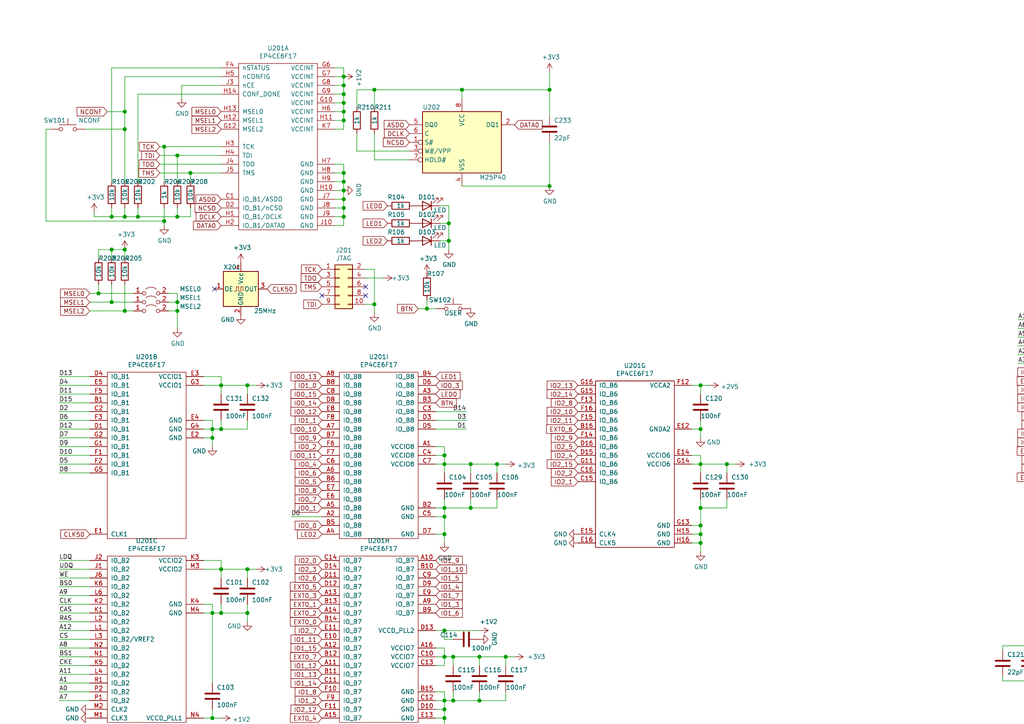
<source format=kicad_sch>
(kicad_sch (version 20210606) (generator eeschema)
  (paper "A4")
  (junction (at -24.13 119.38) (diameter 1.016))
  (junction (at -24.13 187.96) (diameter 1.016))
  (junction (at 28.575 85.09) (diameter 1.016))
  (junction (at 32.385 62.865) (diameter 1.016))
  (junction (at 32.385 72.39) (diameter 1.016))
  (junction (at 32.385 87.63) (diameter 1.016))
  (junction (at 36.195 32.385) (diameter 1.016))
  (junction (at 36.195 37.465) (diameter 1.016))
  (junction (at 36.195 62.865) (diameter 1.016))
  (junction (at 36.195 72.39) (diameter 1.016))
  (junction (at 36.195 90.17) (diameter 1.016))
  (junction (at 40.005 62.865) (diameter 1.016))
  (junction (at 47.625 42.545) (diameter 1.016))
  (junction (at 47.625 64.135) (diameter 1.016))
  (junction (at 51.435 45.085) (diameter 1.016))
  (junction (at 51.435 62.865) (diameter 1.016))
  (junction (at 51.435 87.63) (diameter 1.016))
  (junction (at 51.435 90.17) (diameter 1.016))
  (junction (at 55.245 50.165) (diameter 1.016))
  (junction (at 61.595 124.46) (diameter 1.016))
  (junction (at 61.595 127) (diameter 1.016))
  (junction (at 61.595 177.8) (diameter 1.016))
  (junction (at 61.595 208.28) (diameter 1.016))
  (junction (at 64.135 111.76) (diameter 1.016))
  (junction (at 64.135 124.46) (diameter 1.016))
  (junction (at 64.135 165.1) (diameter 1.016))
  (junction (at 64.135 177.8) (diameter 1.016))
  (junction (at 71.755 111.76) (diameter 1.016))
  (junction (at 71.755 165.1) (diameter 1.016))
  (junction (at 71.755 177.8) (diameter 1.016))
  (junction (at 99.695 22.225) (diameter 1.016))
  (junction (at 99.695 24.765) (diameter 1.016))
  (junction (at 99.695 27.305) (diameter 1.016))
  (junction (at 99.695 29.845) (diameter 1.016))
  (junction (at 99.695 32.385) (diameter 1.016))
  (junction (at 99.695 34.925) (diameter 1.016))
  (junction (at 99.695 50.165) (diameter 1.016))
  (junction (at 99.695 52.705) (diameter 1.016))
  (junction (at 99.695 55.245) (diameter 1.016))
  (junction (at 99.695 57.785) (diameter 1.016))
  (junction (at 99.695 60.325) (diameter 1.016))
  (junction (at 99.695 62.865) (diameter 1.016))
  (junction (at 108.585 26.035) (diameter 1.016))
  (junction (at 108.585 88.265) (diameter 1.016))
  (junction (at 123.825 89.535) (diameter 1.016))
  (junction (at 128.905 132.08) (diameter 1.016))
  (junction (at 128.905 134.62) (diameter 1.016))
  (junction (at 128.905 147.32) (diameter 1.016))
  (junction (at 128.905 149.86) (diameter 1.016))
  (junction (at 128.905 154.94) (diameter 1.016))
  (junction (at 128.905 182.88) (diameter 1.016))
  (junction (at 128.905 190.5) (diameter 1.016))
  (junction (at 128.905 203.2) (diameter 1.016))
  (junction (at 128.905 205.74) (diameter 1.016))
  (junction (at 128.905 208.28) (diameter 1.016))
  (junction (at 130.175 64.77) (diameter 1.016))
  (junction (at 130.175 69.85) (diameter 1.016))
  (junction (at 131.445 190.5) (diameter 1.016))
  (junction (at 131.445 203.2) (diameter 1.016))
  (junction (at 133.985 26.035) (diameter 1.016))
  (junction (at 136.525 134.62) (diameter 1.016))
  (junction (at 136.525 147.32) (diameter 1.016))
  (junction (at 138.43 309.245) (diameter 1.016))
  (junction (at 138.43 321.945) (diameter 1.016))
  (junction (at 138.43 339.725) (diameter 1.016))
  (junction (at 138.43 352.425) (diameter 1.016))
  (junction (at 139.065 190.5) (diameter 1.016))
  (junction (at 139.065 203.2) (diameter 1.016))
  (junction (at 143.51 309.245) (diameter 1.016))
  (junction (at 143.51 339.725) (diameter 1.016))
  (junction (at 144.145 134.62) (diameter 1.016))
  (junction (at 146.685 190.5) (diameter 1.016))
  (junction (at 149.86 251.46) (diameter 1.016))
  (junction (at 149.86 264.16) (diameter 1.016))
  (junction (at 149.86 274.32) (diameter 1.016))
  (junction (at 153.67 321.945) (diameter 1.016))
  (junction (at 153.67 352.425) (diameter 1.016))
  (junction (at 154.94 264.16) (diameter 1.016))
  (junction (at 154.94 276.86) (diameter 1.016))
  (junction (at 159.385 26.035) (diameter 1.016))
  (junction (at 159.385 53.975) (diameter 1.016))
  (junction (at 162.56 264.16) (diameter 1.016))
  (junction (at 162.56 276.86) (diameter 1.016))
  (junction (at 171.45 309.245) (diameter 1.016))
  (junction (at 171.45 321.945) (diameter 1.016))
  (junction (at 171.45 339.725) (diameter 1.016))
  (junction (at 171.45 352.425) (diameter 1.016))
  (junction (at 181.61 309.245) (diameter 1.016))
  (junction (at 181.61 321.945) (diameter 1.016))
  (junction (at 181.61 339.725) (diameter 1.016))
  (junction (at 181.61 352.425) (diameter 1.016))
  (junction (at 186.69 309.245) (diameter 1.016))
  (junction (at 186.69 339.725) (diameter 1.016))
  (junction (at 194.31 309.245) (diameter 1.016))
  (junction (at 194.31 339.725) (diameter 1.016))
  (junction (at 203.2 111.76) (diameter 1.016))
  (junction (at 203.2 124.46) (diameter 1.016))
  (junction (at 203.2 134.62) (diameter 1.016))
  (junction (at 203.2 147.32) (diameter 1.016))
  (junction (at 203.2 152.4) (diameter 1.016))
  (junction (at 203.2 154.94) (diameter 1.016))
  (junction (at 203.2 157.48) (diameter 1.016))
  (junction (at 210.82 134.62) (diameter 1.016))
  (junction (at 224.155 266.065) (diameter 1.016))
  (junction (at 224.155 268.605) (diameter 1.016))
  (junction (at 224.155 278.765) (diameter 1.016))
  (junction (at 229.235 266.065) (diameter 1.016))
  (junction (at 229.235 278.765) (diameter 1.016))
  (junction (at 236.855 266.065) (diameter 1.016))
  (junction (at 236.855 278.765) (diameter 1.016))
  (junction (at 244.475 266.065) (diameter 1.016))
  (junction (at 244.475 278.765) (diameter 1.016))
  (junction (at 298.45 187.325) (diameter 1.016))
  (junction (at 298.45 197.485) (diameter 1.016))
  (junction (at 306.07 187.325) (diameter 1.016))
  (junction (at 306.07 197.485) (diameter 1.016))
  (junction (at 313.69 187.325) (diameter 1.016))
  (junction (at 313.69 197.485) (diameter 1.016))
  (junction (at 321.31 187.325) (diameter 1.016))
  (junction (at 321.31 197.485) (diameter 1.016))
  (junction (at 328.93 187.325) (diameter 1.016))
  (junction (at 328.93 197.485) (diameter 1.016))
  (junction (at 336.55 187.325) (diameter 1.016))
  (junction (at 336.55 197.485) (diameter 1.016))
  (junction (at 339.725 120.65) (diameter 1.016))
  (junction (at 339.725 133.35) (diameter 1.016))
  (junction (at 339.725 135.89) (diameter 1.016))
  (junction (at 339.725 138.43) (diameter 1.016))
  (junction (at 342.265 123.19) (diameter 1.016))
  (junction (at 342.265 125.73) (diameter 1.016))
  (junction (at 343.535 197.485) (diameter 1.016))
  (junction (at 344.17 187.325) (diameter 1.016))
  (junction (at 344.805 110.49) (diameter 1.016))
  (junction (at 344.805 123.19) (diameter 1.016))
  (junction (at 344.805 135.89) (diameter 1.016))
  (junction (at 352.425 123.19) (diameter 1.016))
  (junction (at 352.425 135.89) (diameter 1.016))
  (junction (at 360.045 123.19) (diameter 1.016))
  (no_connect (at 62.23 83.82))
  (no_connect (at 93.345 85.725))
  (no_connect (at 106.045 83.185))
  (no_connect (at 106.045 85.725))
  (wire (pts (xy -48.26 125.73) (xy -39.37 125.73)))
  (wire (pts (xy -48.26 128.27) (xy -39.37 128.27)))
  (wire (pts (xy -48.26 130.81) (xy -39.37 130.81)))
  (wire (pts (xy -48.26 133.35) (xy -39.37 133.35)))
  (wire (pts (xy -48.26 135.89) (xy -39.37 135.89)))
  (wire (pts (xy -48.26 138.43) (xy -39.37 138.43)))
  (wire (pts (xy -48.26 140.97) (xy -39.37 140.97)))
  (wire (pts (xy -48.26 143.51) (xy -39.37 143.51)))
  (wire (pts (xy -48.26 146.05) (xy -39.37 146.05)))
  (wire (pts (xy -48.26 148.59) (xy -39.37 148.59)))
  (wire (pts (xy -48.26 151.13) (xy -39.37 151.13)))
  (wire (pts (xy -48.26 153.67) (xy -39.37 153.67)))
  (wire (pts (xy -48.26 156.21) (xy -39.37 156.21)))
  (wire (pts (xy -48.26 158.75) (xy -39.37 158.75)))
  (wire (pts (xy -48.26 161.29) (xy -39.37 161.29)))
  (wire (pts (xy -48.26 163.83) (xy -39.37 163.83)))
  (wire (pts (xy -48.26 166.37) (xy -39.37 166.37)))
  (wire (pts (xy -48.26 168.91) (xy -39.37 168.91)))
  (wire (pts (xy -48.26 171.45) (xy -39.37 171.45)))
  (wire (pts (xy -48.26 173.99) (xy -39.37 173.99)))
  (wire (pts (xy -48.26 176.53) (xy -39.37 176.53)))
  (wire (pts (xy -48.26 179.07) (xy -39.37 179.07)))
  (wire (pts (xy -48.26 181.61) (xy -39.37 181.61)))
  (wire (pts (xy -26.67 119.38) (xy -24.13 119.38)))
  (wire (pts (xy -26.67 120.65) (xy -26.67 119.38)))
  (wire (pts (xy -26.67 187.96) (xy -26.67 186.69)))
  (wire (pts (xy -24.13 116.84) (xy -24.13 119.38)))
  (wire (pts (xy -24.13 119.38) (xy -24.13 120.65)))
  (wire (pts (xy -24.13 186.69) (xy -24.13 187.96)))
  (wire (pts (xy -24.13 187.96) (xy -26.67 187.96)))
  (wire (pts (xy -24.13 187.96) (xy -24.13 190.5)))
  (wire (pts (xy -2.54 125.73) (xy -11.43 125.73)))
  (wire (pts (xy -2.54 128.27) (xy -11.43 128.27)))
  (wire (pts (xy -2.54 130.81) (xy -11.43 130.81)))
  (wire (pts (xy -2.54 133.35) (xy -11.43 133.35)))
  (wire (pts (xy -2.54 135.89) (xy -11.43 135.89)))
  (wire (pts (xy -2.54 138.43) (xy -11.43 138.43)))
  (wire (pts (xy -2.54 140.97) (xy -11.43 140.97)))
  (wire (pts (xy -2.54 143.51) (xy -11.43 143.51)))
  (wire (pts (xy -2.54 146.05) (xy -11.43 146.05)))
  (wire (pts (xy -2.54 148.59) (xy -11.43 148.59)))
  (wire (pts (xy -2.54 151.13) (xy -11.43 151.13)))
  (wire (pts (xy -2.54 153.67) (xy -11.43 153.67)))
  (wire (pts (xy -2.54 156.21) (xy -11.43 156.21)))
  (wire (pts (xy -2.54 158.75) (xy -11.43 158.75)))
  (wire (pts (xy -2.54 161.29) (xy -11.43 161.29)))
  (wire (pts (xy -2.54 163.83) (xy -11.43 163.83)))
  (wire (pts (xy 13.335 37.465) (xy 13.335 64.135)))
  (wire (pts (xy 13.335 37.465) (xy 14.605 37.465)))
  (wire (pts (xy 17.145 109.22) (xy 26.035 109.22)))
  (wire (pts (xy 17.145 111.76) (xy 26.035 111.76)))
  (wire (pts (xy 17.145 114.3) (xy 26.035 114.3)))
  (wire (pts (xy 17.145 116.84) (xy 26.035 116.84)))
  (wire (pts (xy 17.145 119.38) (xy 26.035 119.38)))
  (wire (pts (xy 17.145 121.92) (xy 26.035 121.92)))
  (wire (pts (xy 17.145 124.46) (xy 26.035 124.46)))
  (wire (pts (xy 17.145 127) (xy 26.035 127)))
  (wire (pts (xy 17.145 129.54) (xy 26.035 129.54)))
  (wire (pts (xy 17.145 132.08) (xy 26.035 132.08)))
  (wire (pts (xy 17.145 134.62) (xy 26.035 134.62)))
  (wire (pts (xy 17.145 137.16) (xy 26.035 137.16)))
  (wire (pts (xy 17.145 162.56) (xy 26.035 162.56)))
  (wire (pts (xy 17.145 165.1) (xy 26.035 165.1)))
  (wire (pts (xy 17.145 167.64) (xy 26.035 167.64)))
  (wire (pts (xy 17.145 170.18) (xy 26.035 170.18)))
  (wire (pts (xy 17.145 172.72) (xy 26.035 172.72)))
  (wire (pts (xy 17.145 175.26) (xy 26.035 175.26)))
  (wire (pts (xy 17.145 177.8) (xy 26.035 177.8)))
  (wire (pts (xy 17.145 180.34) (xy 26.035 180.34)))
  (wire (pts (xy 17.145 182.88) (xy 26.035 182.88)))
  (wire (pts (xy 17.145 185.42) (xy 26.035 185.42)))
  (wire (pts (xy 17.145 187.96) (xy 26.035 187.96)))
  (wire (pts (xy 17.145 190.5) (xy 26.035 190.5)))
  (wire (pts (xy 17.145 193.04) (xy 26.035 193.04)))
  (wire (pts (xy 17.145 195.58) (xy 26.035 195.58)))
  (wire (pts (xy 17.145 198.12) (xy 26.035 198.12)))
  (wire (pts (xy 17.145 200.66) (xy 26.035 200.66)))
  (wire (pts (xy 17.145 203.2) (xy 26.035 203.2)))
  (wire (pts (xy 24.765 37.465) (xy 36.195 37.465)))
  (wire (pts (xy 26.035 87.63) (xy 32.385 87.63)))
  (wire (pts (xy 27.305 62.865) (xy 27.305 61.595)))
  (wire (pts (xy 28.575 72.39) (xy 28.575 74.93)))
  (wire (pts (xy 28.575 82.55) (xy 28.575 85.09)))
  (wire (pts (xy 28.575 85.09) (xy 26.035 85.09)))
  (wire (pts (xy 31.115 32.385) (xy 36.195 32.385)))
  (wire (pts (xy 32.385 19.685) (xy 64.135 19.685)))
  (wire (pts (xy 32.385 52.705) (xy 32.385 19.685)))
  (wire (pts (xy 32.385 62.865) (xy 27.305 62.865)))
  (wire (pts (xy 32.385 62.865) (xy 32.385 60.325)))
  (wire (pts (xy 32.385 72.39) (xy 28.575 72.39)))
  (wire (pts (xy 32.385 72.39) (xy 36.195 72.39)))
  (wire (pts (xy 32.385 74.93) (xy 32.385 72.39)))
  (wire (pts (xy 32.385 82.55) (xy 32.385 87.63)))
  (wire (pts (xy 32.385 87.63) (xy 38.735 87.63)))
  (wire (pts (xy 36.195 22.225) (xy 64.135 22.225)))
  (wire (pts (xy 36.195 32.385) (xy 36.195 22.225)))
  (wire (pts (xy 36.195 37.465) (xy 36.195 32.385)))
  (wire (pts (xy 36.195 52.705) (xy 36.195 37.465)))
  (wire (pts (xy 36.195 62.865) (xy 32.385 62.865)))
  (wire (pts (xy 36.195 62.865) (xy 36.195 60.325)))
  (wire (pts (xy 36.195 74.93) (xy 36.195 72.39)))
  (wire (pts (xy 36.195 82.55) (xy 36.195 90.17)))
  (wire (pts (xy 36.195 90.17) (xy 26.035 90.17)))
  (wire (pts (xy 38.735 85.09) (xy 28.575 85.09)))
  (wire (pts (xy 38.735 90.17) (xy 36.195 90.17)))
  (wire (pts (xy 40.005 27.305) (xy 64.135 27.305)))
  (wire (pts (xy 40.005 52.705) (xy 40.005 27.305)))
  (wire (pts (xy 40.005 62.865) (xy 36.195 62.865)))
  (wire (pts (xy 40.005 62.865) (xy 40.005 60.325)))
  (wire (pts (xy 46.355 42.545) (xy 47.625 42.545)))
  (wire (pts (xy 46.355 45.085) (xy 51.435 45.085)))
  (wire (pts (xy 46.355 47.625) (xy 64.135 47.625)))
  (wire (pts (xy 47.625 42.545) (xy 64.135 42.545)))
  (wire (pts (xy 47.625 52.705) (xy 47.625 42.545)))
  (wire (pts (xy 47.625 64.135) (xy 13.335 64.135)))
  (wire (pts (xy 47.625 64.135) (xy 47.625 60.325)))
  (wire (pts (xy 47.625 65.405) (xy 47.625 64.135)))
  (wire (pts (xy 48.895 85.09) (xy 51.435 85.09)))
  (wire (pts (xy 48.895 87.63) (xy 51.435 87.63)))
  (wire (pts (xy 48.895 90.17) (xy 51.435 90.17)))
  (wire (pts (xy 51.435 45.085) (xy 64.135 45.085)))
  (wire (pts (xy 51.435 52.705) (xy 51.435 45.085)))
  (wire (pts (xy 51.435 60.325) (xy 51.435 62.865)))
  (wire (pts (xy 51.435 62.865) (xy 40.005 62.865)))
  (wire (pts (xy 51.435 62.865) (xy 55.245 62.865)))
  (wire (pts (xy 51.435 85.09) (xy 51.435 87.63)))
  (wire (pts (xy 51.435 87.63) (xy 51.435 90.17)))
  (wire (pts (xy 51.435 90.17) (xy 51.435 95.25)))
  (wire (pts (xy 52.705 24.765) (xy 52.705 28.575)))
  (wire (pts (xy 55.245 50.165) (xy 46.355 50.165)))
  (wire (pts (xy 55.245 50.165) (xy 64.135 50.165)))
  (wire (pts (xy 55.245 52.705) (xy 55.245 50.165)))
  (wire (pts (xy 55.245 60.325) (xy 55.245 62.865)))
  (wire (pts (xy 59.055 109.22) (xy 64.135 109.22)))
  (wire (pts (xy 59.055 111.76) (xy 64.135 111.76)))
  (wire (pts (xy 59.055 121.92) (xy 61.595 121.92)))
  (wire (pts (xy 59.055 127) (xy 61.595 127)))
  (wire (pts (xy 59.055 162.56) (xy 64.135 162.56)))
  (wire (pts (xy 59.055 165.1) (xy 64.135 165.1)))
  (wire (pts (xy 59.055 175.26) (xy 61.595 175.26)))
  (wire (pts (xy 59.055 177.8) (xy 61.595 177.8)))
  (wire (pts (xy 61.595 121.92) (xy 61.595 124.46)))
  (wire (pts (xy 61.595 124.46) (xy 59.055 124.46)))
  (wire (pts (xy 61.595 124.46) (xy 64.135 124.46)))
  (wire (pts (xy 61.595 127) (xy 61.595 124.46)))
  (wire (pts (xy 61.595 127) (xy 61.595 129.54)))
  (wire (pts (xy 61.595 175.26) (xy 61.595 177.8)))
  (wire (pts (xy 61.595 177.8) (xy 64.135 177.8)))
  (wire (pts (xy 61.595 198.12) (xy 61.595 177.8)))
  (wire (pts (xy 61.595 205.74) (xy 61.595 208.28)))
  (wire (pts (xy 61.595 208.28) (xy 59.055 208.28)))
  (wire (pts (xy 64.135 24.765) (xy 52.705 24.765)))
  (wire (pts (xy 64.135 109.22) (xy 64.135 111.76)))
  (wire (pts (xy 64.135 111.76) (xy 71.755 111.76)))
  (wire (pts (xy 64.135 114.3) (xy 64.135 111.76)))
  (wire (pts (xy 64.135 121.92) (xy 64.135 124.46)))
  (wire (pts (xy 64.135 124.46) (xy 71.755 124.46)))
  (wire (pts (xy 64.135 162.56) (xy 64.135 165.1)))
  (wire (pts (xy 64.135 165.1) (xy 71.755 165.1)))
  (wire (pts (xy 64.135 167.64) (xy 64.135 165.1)))
  (wire (pts (xy 64.135 175.26) (xy 64.135 177.8)))
  (wire (pts (xy 64.135 177.8) (xy 71.755 177.8)))
  (wire (pts (xy 64.135 208.28) (xy 61.595 208.28)))
  (wire (pts (xy 71.755 111.76) (xy 74.295 111.76)))
  (wire (pts (xy 71.755 114.3) (xy 71.755 111.76)))
  (wire (pts (xy 71.755 124.46) (xy 71.755 121.92)))
  (wire (pts (xy 71.755 165.1) (xy 74.295 165.1)))
  (wire (pts (xy 71.755 167.64) (xy 71.755 165.1)))
  (wire (pts (xy 71.755 177.8) (xy 71.755 175.26)))
  (wire (pts (xy 71.755 177.8) (xy 71.755 180.34)))
  (wire (pts (xy 84.455 149.86) (xy 93.345 149.86)))
  (wire (pts (xy 97.155 19.685) (xy 99.695 19.685)))
  (wire (pts (xy 97.155 22.225) (xy 99.695 22.225)))
  (wire (pts (xy 97.155 24.765) (xy 99.695 24.765)))
  (wire (pts (xy 97.155 27.305) (xy 99.695 27.305)))
  (wire (pts (xy 97.155 29.845) (xy 99.695 29.845)))
  (wire (pts (xy 97.155 32.385) (xy 99.695 32.385)))
  (wire (pts (xy 97.155 34.925) (xy 99.695 34.925)))
  (wire (pts (xy 97.155 37.465) (xy 99.695 37.465)))
  (wire (pts (xy 97.155 47.625) (xy 99.695 47.625)))
  (wire (pts (xy 97.155 50.165) (xy 99.695 50.165)))
  (wire (pts (xy 97.155 52.705) (xy 99.695 52.705)))
  (wire (pts (xy 97.155 55.245) (xy 99.695 55.245)))
  (wire (pts (xy 97.155 60.325) (xy 99.695 60.325)))
  (wire (pts (xy 97.155 65.405) (xy 99.695 65.405)))
  (wire (pts (xy 99.695 19.685) (xy 99.695 22.225)))
  (wire (pts (xy 99.695 22.225) (xy 99.695 24.765)))
  (wire (pts (xy 99.695 24.765) (xy 99.695 27.305)))
  (wire (pts (xy 99.695 27.305) (xy 99.695 29.845)))
  (wire (pts (xy 99.695 29.845) (xy 99.695 32.385)))
  (wire (pts (xy 99.695 32.385) (xy 99.695 34.925)))
  (wire (pts (xy 99.695 34.925) (xy 99.695 37.465)))
  (wire (pts (xy 99.695 47.625) (xy 99.695 50.165)))
  (wire (pts (xy 99.695 52.705) (xy 99.695 50.165)))
  (wire (pts (xy 99.695 55.245) (xy 99.695 52.705)))
  (wire (pts (xy 99.695 57.785) (xy 97.155 57.785)))
  (wire (pts (xy 99.695 57.785) (xy 99.695 55.245)))
  (wire (pts (xy 99.695 60.325) (xy 99.695 57.785)))
  (wire (pts (xy 99.695 62.865) (xy 97.155 62.865)))
  (wire (pts (xy 99.695 62.865) (xy 99.695 60.325)))
  (wire (pts (xy 99.695 65.405) (xy 99.695 62.865)))
  (wire (pts (xy 103.505 26.035) (xy 108.585 26.035)))
  (wire (pts (xy 103.505 31.115) (xy 103.505 26.035)))
  (wire (pts (xy 103.505 38.735) (xy 103.505 43.815)))
  (wire (pts (xy 103.505 43.815) (xy 118.745 43.815)))
  (wire (pts (xy 106.045 78.105) (xy 108.585 78.105)))
  (wire (pts (xy 106.045 80.645) (xy 111.125 80.645)))
  (wire (pts (xy 106.045 88.265) (xy 108.585 88.265)))
  (wire (pts (xy 108.585 26.035) (xy 133.985 26.035)))
  (wire (pts (xy 108.585 31.115) (xy 108.585 26.035)))
  (wire (pts (xy 108.585 38.735) (xy 108.585 46.355)))
  (wire (pts (xy 108.585 46.355) (xy 118.745 46.355)))
  (wire (pts (xy 108.585 78.105) (xy 108.585 88.265)))
  (wire (pts (xy 108.585 88.265) (xy 108.585 90.805)))
  (wire (pts (xy 123.825 86.995) (xy 123.825 89.535)))
  (wire (pts (xy 123.825 89.535) (xy 121.285 89.535)))
  (wire (pts (xy 126.365 89.535) (xy 123.825 89.535)))
  (wire (pts (xy 126.365 129.54) (xy 128.905 129.54)))
  (wire (pts (xy 126.365 132.08) (xy 128.905 132.08)))
  (wire (pts (xy 126.365 134.62) (xy 128.905 134.62)))
  (wire (pts (xy 126.365 147.32) (xy 128.905 147.32)))
  (wire (pts (xy 126.365 149.86) (xy 128.905 149.86)))
  (wire (pts (xy 126.365 154.94) (xy 128.905 154.94)))
  (wire (pts (xy 126.365 190.5) (xy 128.905 190.5)))
  (wire (pts (xy 126.365 193.04) (xy 128.905 193.04)))
  (wire (pts (xy 126.365 200.66) (xy 128.905 200.66)))
  (wire (pts (xy 126.365 203.2) (xy 128.905 203.2)))
  (wire (pts (xy 126.365 205.74) (xy 128.905 205.74)))
  (wire (pts (xy 126.365 208.28) (xy 128.905 208.28)))
  (wire (pts (xy 127.635 59.69) (xy 130.175 59.69)))
  (wire (pts (xy 127.635 64.77) (xy 130.175 64.77)))
  (wire (pts (xy 127.635 69.85) (xy 130.175 69.85)))
  (wire (pts (xy 128.905 129.54) (xy 128.905 132.08)))
  (wire (pts (xy 128.905 132.08) (xy 128.905 134.62)))
  (wire (pts (xy 128.905 134.62) (xy 136.525 134.62)))
  (wire (pts (xy 128.905 137.16) (xy 128.905 134.62)))
  (wire (pts (xy 128.905 147.32) (xy 128.905 144.78)))
  (wire (pts (xy 128.905 147.32) (xy 128.905 149.86)))
  (wire (pts (xy 128.905 147.32) (xy 136.525 147.32)))
  (wire (pts (xy 128.905 149.86) (xy 128.905 154.94)))
  (wire (pts (xy 128.905 154.94) (xy 128.905 157.48)))
  (wire (pts (xy 128.905 182.88) (xy 126.365 182.88)))
  (wire (pts (xy 128.905 182.88) (xy 139.065 182.88)))
  (wire (pts (xy 128.905 185.42) (xy 128.905 182.88)))
  (wire (pts (xy 128.905 187.96) (xy 126.365 187.96)))
  (wire (pts (xy 128.905 190.5) (xy 128.905 187.96)))
  (wire (pts (xy 128.905 190.5) (xy 131.445 190.5)))
  (wire (pts (xy 128.905 193.04) (xy 128.905 190.5)))
  (wire (pts (xy 128.905 200.66) (xy 128.905 203.2)))
  (wire (pts (xy 128.905 203.2) (xy 128.905 205.74)))
  (wire (pts (xy 128.905 203.2) (xy 131.445 203.2)))
  (wire (pts (xy 128.905 205.74) (xy 128.905 208.28)))
  (wire (pts (xy 128.905 208.28) (xy 128.905 210.82)))
  (wire (pts (xy 130.175 59.69) (xy 130.175 64.77)))
  (wire (pts (xy 130.175 64.77) (xy 130.175 69.85)))
  (wire (pts (xy 130.175 69.85) (xy 130.175 72.39)))
  (wire (pts (xy 131.445 185.42) (xy 128.905 185.42)))
  (wire (pts (xy 131.445 190.5) (xy 139.065 190.5)))
  (wire (pts (xy 131.445 193.04) (xy 131.445 190.5)))
  (wire (pts (xy 131.445 200.66) (xy 131.445 203.2)))
  (wire (pts (xy 131.445 203.2) (xy 139.065 203.2)))
  (wire (pts (xy 133.985 26.035) (xy 133.985 28.575)))
  (wire (pts (xy 133.985 26.035) (xy 159.385 26.035)))
  (wire (pts (xy 133.985 53.975) (xy 159.385 53.975)))
  (wire (pts (xy 135.255 119.38) (xy 126.365 119.38)))
  (wire (pts (xy 135.255 121.92) (xy 126.365 121.92)))
  (wire (pts (xy 135.255 124.46) (xy 126.365 124.46)))
  (wire (pts (xy 135.89 309.245) (xy 138.43 309.245)))
  (wire (pts (xy 135.89 321.945) (xy 138.43 321.945)))
  (wire (pts (xy 135.89 339.725) (xy 138.43 339.725)))
  (wire (pts (xy 135.89 352.425) (xy 138.43 352.425)))
  (wire (pts (xy 136.525 134.62) (xy 144.145 134.62)))
  (wire (pts (xy 136.525 137.16) (xy 136.525 134.62)))
  (wire (pts (xy 136.525 144.78) (xy 136.525 147.32)))
  (wire (pts (xy 136.525 147.32) (xy 144.145 147.32)))
  (wire (pts (xy 138.43 309.245) (xy 143.51 309.245)))
  (wire (pts (xy 138.43 311.785) (xy 138.43 309.245)))
  (wire (pts (xy 138.43 321.945) (xy 138.43 319.405)))
  (wire (pts (xy 138.43 321.945) (xy 153.67 321.945)))
  (wire (pts (xy 138.43 339.725) (xy 143.51 339.725)))
  (wire (pts (xy 138.43 342.265) (xy 138.43 339.725)))
  (wire (pts (xy 138.43 349.885) (xy 138.43 352.425)))
  (wire (pts (xy 138.43 352.425) (xy 153.67 352.425)))
  (wire (pts (xy 139.065 190.5) (xy 146.685 190.5)))
  (wire (pts (xy 139.065 193.04) (xy 139.065 190.5)))
  (wire (pts (xy 139.065 200.66) (xy 139.065 203.2)))
  (wire (pts (xy 139.065 203.2) (xy 146.685 203.2)))
  (wire (pts (xy 143.51 309.245) (xy 146.05 309.245)))
  (wire (pts (xy 143.51 311.785) (xy 143.51 309.245)))
  (wire (pts (xy 143.51 339.725) (xy 146.05 339.725)))
  (wire (pts (xy 143.51 342.265) (xy 143.51 339.725)))
  (wire (pts (xy 144.145 134.62) (xy 146.685 134.62)))
  (wire (pts (xy 144.145 137.16) (xy 144.145 134.62)))
  (wire (pts (xy 144.145 147.32) (xy 144.145 144.78)))
  (wire (pts (xy 146.05 311.785) (xy 143.51 311.785)))
  (wire (pts (xy 146.05 342.265) (xy 143.51 342.265)))
  (wire (pts (xy 146.685 190.5) (xy 149.225 190.5)))
  (wire (pts (xy 146.685 193.04) (xy 146.685 190.5)))
  (wire (pts (xy 146.685 203.2) (xy 146.685 200.66)))
  (wire (pts (xy 147.32 248.92) (xy 149.86 248.92)))
  (wire (pts (xy 147.32 251.46) (xy 149.86 251.46)))
  (wire (pts (xy 147.32 264.16) (xy 149.86 264.16)))
  (wire (pts (xy 147.32 266.7) (xy 149.86 266.7)))
  (wire (pts (xy 147.32 271.78) (xy 149.86 271.78)))
  (wire (pts (xy 147.32 274.32) (xy 149.86 274.32)))
  (wire (pts (xy 149.86 248.92) (xy 149.86 251.46)))
  (wire (pts (xy 149.86 251.46) (xy 149.86 254)))
  (wire (pts (xy 149.86 264.16) (xy 154.94 264.16)))
  (wire (pts (xy 149.86 266.7) (xy 149.86 264.16)))
  (wire (pts (xy 149.86 271.78) (xy 149.86 274.32)))
  (wire (pts (xy 149.86 274.32) (xy 149.86 276.86)))
  (wire (pts (xy 149.86 276.86) (xy 154.94 276.86)))
  (wire (pts (xy 153.67 321.945) (xy 153.67 319.405)))
  (wire (pts (xy 153.67 349.885) (xy 153.67 352.425)))
  (wire (pts (xy 153.67 352.425) (xy 171.45 352.425)))
  (wire (pts (xy 154.94 264.16) (xy 162.56 264.16)))
  (wire (pts (xy 154.94 266.7) (xy 154.94 264.16)))
  (wire (pts (xy 154.94 276.86) (xy 154.94 274.32)))
  (wire (pts (xy 154.94 276.86) (xy 162.56 276.86)))
  (wire (pts (xy 159.385 20.955) (xy 159.385 26.035)))
  (wire (pts (xy 159.385 26.035) (xy 159.385 33.655)))
  (wire (pts (xy 159.385 41.275) (xy 159.385 53.975)))
  (wire (pts (xy 161.29 324.485) (xy 161.29 311.785)))
  (wire (pts (xy 161.29 324.485) (xy 181.61 324.485)))
  (wire (pts (xy 161.29 354.965) (xy 161.29 342.265)))
  (wire (pts (xy 161.29 354.965) (xy 181.61 354.965)))
  (wire (pts (xy 162.56 264.16) (xy 165.1 264.16)))
  (wire (pts (xy 162.56 266.7) (xy 162.56 264.16)))
  (wire (pts (xy 162.56 276.86) (xy 162.56 274.32)))
  (wire (pts (xy 162.56 279.4) (xy 162.56 276.86)))
  (wire (pts (xy 168.91 309.245) (xy 171.45 309.245)))
  (wire (pts (xy 168.91 339.725) (xy 171.45 339.725)))
  (wire (pts (xy 171.45 309.245) (xy 181.61 309.245)))
  (wire (pts (xy 171.45 311.785) (xy 171.45 309.245)))
  (wire (pts (xy 171.45 321.945) (xy 153.67 321.945)))
  (wire (pts (xy 171.45 321.945) (xy 171.45 319.405)))
  (wire (pts (xy 171.45 339.725) (xy 181.61 339.725)))
  (wire (pts (xy 171.45 342.265) (xy 171.45 339.725)))
  (wire (pts (xy 171.45 349.885) (xy 171.45 352.425)))
  (wire (pts (xy 171.45 352.425) (xy 173.99 352.425)))
  (wire (pts (xy 173.99 321.945) (xy 171.45 321.945)))
  (wire (pts (xy 181.61 309.245) (xy 186.69 309.245)))
  (wire (pts (xy 181.61 311.785) (xy 181.61 309.245)))
  (wire (pts (xy 181.61 319.405) (xy 181.61 321.945)))
  (wire (pts (xy 181.61 321.945) (xy 181.61 324.485)))
  (wire (pts (xy 181.61 339.725) (xy 186.69 339.725)))
  (wire (pts (xy 181.61 342.265) (xy 181.61 339.725)))
  (wire (pts (xy 181.61 349.885) (xy 181.61 352.425)))
  (wire (pts (xy 181.61 352.425) (xy 181.61 354.965)))
  (wire (pts (xy 181.61 352.425) (xy 186.69 352.425)))
  (wire (pts (xy 186.69 309.245) (xy 194.31 309.245)))
  (wire (pts (xy 186.69 311.785) (xy 186.69 309.245)))
  (wire (pts (xy 186.69 319.405) (xy 186.69 321.945)))
  (wire (pts (xy 186.69 321.945) (xy 181.61 321.945)))
  (wire (pts (xy 186.69 339.725) (xy 194.31 339.725)))
  (wire (pts (xy 186.69 342.265) (xy 186.69 339.725)))
  (wire (pts (xy 186.69 352.425) (xy 186.69 349.885)))
  (wire (pts (xy 194.31 309.245) (xy 196.85 309.245)))
  (wire (pts (xy 194.31 311.785) (xy 194.31 309.245)))
  (wire (pts (xy 194.31 339.725) (xy 196.85 339.725)))
  (wire (pts (xy 194.31 342.265) (xy 194.31 339.725)))
  (wire (pts (xy 200.66 111.76) (xy 203.2 111.76)))
  (wire (pts (xy 200.66 132.08) (xy 203.2 132.08)))
  (wire (pts (xy 200.66 134.62) (xy 203.2 134.62)))
  (wire (pts (xy 200.66 152.4) (xy 203.2 152.4)))
  (wire (pts (xy 200.66 154.94) (xy 203.2 154.94)))
  (wire (pts (xy 200.66 157.48) (xy 203.2 157.48)))
  (wire (pts (xy 203.2 111.76) (xy 205.74 111.76)))
  (wire (pts (xy 203.2 114.3) (xy 203.2 111.76)))
  (wire (pts (xy 203.2 121.92) (xy 203.2 124.46)))
  (wire (pts (xy 203.2 124.46) (xy 200.66 124.46)))
  (wire (pts (xy 203.2 124.46) (xy 203.2 127)))
  (wire (pts (xy 203.2 132.08) (xy 203.2 134.62)))
  (wire (pts (xy 203.2 134.62) (xy 210.82 134.62)))
  (wire (pts (xy 203.2 137.16) (xy 203.2 134.62)))
  (wire (pts (xy 203.2 147.32) (xy 203.2 144.78)))
  (wire (pts (xy 203.2 147.32) (xy 210.82 147.32)))
  (wire (pts (xy 203.2 152.4) (xy 203.2 147.32)))
  (wire (pts (xy 203.2 152.4) (xy 203.2 154.94)))
  (wire (pts (xy 203.2 154.94) (xy 203.2 157.48)))
  (wire (pts (xy 203.2 157.48) (xy 203.2 160.02)))
  (wire (pts (xy 210.82 134.62) (xy 213.36 134.62)))
  (wire (pts (xy 210.82 137.16) (xy 210.82 134.62)))
  (wire (pts (xy 210.82 147.32) (xy 210.82 144.78)))
  (wire (pts (xy 221.615 266.065) (xy 224.155 266.065)))
  (wire (pts (xy 221.615 268.605) (xy 224.155 268.605)))
  (wire (pts (xy 221.615 271.145) (xy 224.155 271.145)))
  (wire (pts (xy 221.615 276.225) (xy 224.155 276.225)))
  (wire (pts (xy 221.615 278.765) (xy 224.155 278.765)))
  (wire (pts (xy 221.615 281.305) (xy 224.155 281.305)))
  (wire (pts (xy 224.155 266.065) (xy 229.235 266.065)))
  (wire (pts (xy 224.155 268.605) (xy 224.155 266.065)))
  (wire (pts (xy 224.155 271.145) (xy 224.155 268.605)))
  (wire (pts (xy 224.155 276.225) (xy 224.155 278.765)))
  (wire (pts (xy 224.155 278.765) (xy 229.235 278.765)))
  (wire (pts (xy 224.155 281.305) (xy 224.155 278.765)))
  (wire (pts (xy 229.235 266.065) (xy 236.855 266.065)))
  (wire (pts (xy 229.235 268.605) (xy 229.235 266.065)))
  (wire (pts (xy 229.235 276.225) (xy 229.235 278.765)))
  (wire (pts (xy 229.235 278.765) (xy 236.855 278.765)))
  (wire (pts (xy 236.855 266.065) (xy 244.475 266.065)))
  (wire (pts (xy 236.855 268.605) (xy 236.855 266.065)))
  (wire (pts (xy 236.855 276.225) (xy 236.855 278.765)))
  (wire (pts (xy 236.855 278.765) (xy 244.475 278.765)))
  (wire (pts (xy 244.475 266.065) (xy 247.015 266.065)))
  (wire (pts (xy 244.475 268.605) (xy 244.475 266.065)))
  (wire (pts (xy 244.475 278.765) (xy 244.475 276.225)))
  (wire (pts (xy 244.475 281.305) (xy 244.475 278.765)))
  (wire (pts (xy 290.83 187.325) (xy 298.45 187.325)))
  (wire (pts (xy 290.83 188.595) (xy 290.83 187.325)))
  (wire (pts (xy 290.83 196.215) (xy 290.83 197.485)))
  (wire (pts (xy 290.83 197.485) (xy 298.45 197.485)))
  (wire (pts (xy 295.275 92.71) (xy 304.165 92.71)))
  (wire (pts (xy 295.275 95.25) (xy 304.165 95.25)))
  (wire (pts (xy 295.275 97.79) (xy 304.165 97.79)))
  (wire (pts (xy 295.275 100.33) (xy 304.165 100.33)))
  (wire (pts (xy 295.275 102.87) (xy 304.165 102.87)))
  (wire (pts (xy 295.275 105.41) (xy 304.165 105.41)))
  (wire (pts (xy 298.45 187.325) (xy 306.07 187.325)))
  (wire (pts (xy 298.45 188.595) (xy 298.45 187.325)))
  (wire (pts (xy 298.45 196.215) (xy 298.45 197.485)))
  (wire (pts (xy 298.45 197.485) (xy 306.07 197.485)))
  (wire (pts (xy 306.07 187.325) (xy 313.69 187.325)))
  (wire (pts (xy 306.07 188.595) (xy 306.07 187.325)))
  (wire (pts (xy 306.07 196.215) (xy 306.07 197.485)))
  (wire (pts (xy 306.07 197.485) (xy 313.69 197.485)))
  (wire (pts (xy 313.69 187.325) (xy 321.31 187.325)))
  (wire (pts (xy 313.69 188.595) (xy 313.69 187.325)))
  (wire (pts (xy 313.69 196.215) (xy 313.69 197.485)))
  (wire (pts (xy 313.69 197.485) (xy 321.31 197.485)))
  (wire (pts (xy 321.31 187.325) (xy 328.93 187.325)))
  (wire (pts (xy 321.31 188.595) (xy 321.31 187.325)))
  (wire (pts (xy 321.31 196.215) (xy 321.31 197.485)))
  (wire (pts (xy 321.31 197.485) (xy 328.93 197.485)))
  (wire (pts (xy 328.93 187.325) (xy 336.55 187.325)))
  (wire (pts (xy 328.93 188.595) (xy 328.93 187.325)))
  (wire (pts (xy 328.93 196.215) (xy 328.93 197.485)))
  (wire (pts (xy 328.93 197.485) (xy 336.55 197.485)))
  (wire (pts (xy 336.55 187.325) (xy 344.17 187.325)))
  (wire (pts (xy 336.55 188.595) (xy 336.55 187.325)))
  (wire (pts (xy 336.55 196.215) (xy 336.55 197.485)))
  (wire (pts (xy 336.55 197.485) (xy 343.535 197.485)))
  (wire (pts (xy 337.185 115.57) (xy 339.725 115.57)))
  (wire (pts (xy 337.185 125.73) (xy 342.265 125.73)))
  (wire (pts (xy 337.185 128.27) (xy 342.265 128.27)))
  (wire (pts (xy 337.185 133.35) (xy 339.725 133.35)))
  (wire (pts (xy 337.185 135.89) (xy 339.725 135.89)))
  (wire (pts (xy 337.185 138.43) (xy 339.725 138.43)))
  (wire (pts (xy 339.725 110.49) (xy 344.805 110.49)))
  (wire (pts (xy 339.725 115.57) (xy 339.725 110.49)))
  (wire (pts (xy 339.725 118.11) (xy 337.185 118.11)))
  (wire (pts (xy 339.725 120.65) (xy 339.725 118.11)))
  (wire (pts (xy 339.725 120.65) (xy 339.725 133.35)))
  (wire (pts (xy 339.725 133.35) (xy 339.725 135.89)))
  (wire (pts (xy 339.725 135.89) (xy 339.725 138.43)))
  (wire (pts (xy 339.725 135.89) (xy 344.805 135.89)))
  (wire (pts (xy 339.725 138.43) (xy 339.725 140.97)))
  (wire (pts (xy 342.265 123.19) (xy 337.185 123.19)))
  (wire (pts (xy 342.265 125.73) (xy 342.265 123.19)))
  (wire (pts (xy 342.265 128.27) (xy 342.265 125.73)))
  (wire (pts (xy 343.535 197.485) (xy 344.17 197.485)))
  (wire (pts (xy 344.17 187.325) (xy 344.17 188.595)))
  (wire (pts (xy 344.17 197.485) (xy 344.17 196.215)))
  (wire (pts (xy 344.805 110.49) (xy 344.805 113.03)))
  (wire (pts (xy 344.805 110.49) (xy 347.345 110.49)))
  (wire (pts (xy 344.805 120.65) (xy 339.725 120.65)))
  (wire (pts (xy 344.805 123.19) (xy 342.265 123.19)))
  (wire (pts (xy 344.805 123.19) (xy 352.425 123.19)))
  (wire (pts (xy 344.805 125.73) (xy 344.805 123.19)))
  (wire (pts (xy 344.805 133.35) (xy 344.805 135.89)))
  (wire (pts (xy 344.805 135.89) (xy 352.425 135.89)))
  (wire (pts (xy 352.425 123.19) (xy 360.045 123.19)))
  (wire (pts (xy 352.425 125.73) (xy 352.425 123.19)))
  (wire (pts (xy 352.425 133.35) (xy 352.425 135.89)))
  (wire (pts (xy 352.425 135.89) (xy 360.045 135.89)))
  (wire (pts (xy 360.045 123.19) (xy 362.585 123.19)))
  (wire (pts (xy 360.045 125.73) (xy 360.045 123.19)))
  (wire (pts (xy 360.045 135.89) (xy 360.045 133.35)))
  (label "BS0" (at -48.26 125.73 0))
  (label "BS1" (at -48.26 128.27 0))
  (label "A0" (at -48.26 130.81 0))
  (label "A1" (at -48.26 133.35 0))
  (label "A2" (at -48.26 135.89 0))
  (label "A3" (at -48.26 138.43 0))
  (label "A4" (at -48.26 140.97 0))
  (label "A5" (at -48.26 143.51 0))
  (label "A6" (at -48.26 146.05 0))
  (label "A7" (at -48.26 148.59 0))
  (label "A8" (at -48.26 151.13 0))
  (label "A9" (at -48.26 153.67 0))
  (label "A10" (at -48.26 156.21 0))
  (label "A11" (at -48.26 158.75 0))
  (label "A12" (at -48.26 161.29 0))
  (label "CS" (at -48.26 163.83 0))
  (label "CKE" (at -48.26 166.37 0))
  (label "CLK" (at -48.26 168.91 0))
  (label "LDQ" (at -48.26 171.45 0))
  (label "UDQ" (at -48.26 173.99 0))
  (label "WE" (at -48.26 176.53 0))
  (label "CAS" (at -48.26 179.07 0))
  (label "RAS" (at -48.26 181.61 0))
  (label "D0" (at -2.54 125.73 180))
  (label "D1" (at -2.54 128.27 180))
  (label "D2" (at -2.54 130.81 180))
  (label "D3" (at -2.54 133.35 180))
  (label "D4" (at -2.54 135.89 180))
  (label "D5" (at -2.54 138.43 180))
  (label "D6" (at -2.54 140.97 180))
  (label "D7" (at -2.54 143.51 180))
  (label "D8" (at -2.54 146.05 180))
  (label "D9" (at -2.54 148.59 180))
  (label "D10" (at -2.54 151.13 180))
  (label "D11" (at -2.54 153.67 180))
  (label "D12" (at -2.54 156.21 180))
  (label "D13" (at -2.54 158.75 180))
  (label "D14" (at -2.54 161.29 180))
  (label "D15" (at -2.54 163.83 180))
  (label "D13" (at 17.145 109.22 0))
  (label "D4" (at 17.145 111.76 0))
  (label "D11" (at 17.145 114.3 0))
  (label "D15" (at 17.145 116.84 0))
  (label "D2" (at 17.145 119.38 0))
  (label "D6" (at 17.145 121.92 0))
  (label "D12" (at 17.145 124.46 0))
  (label "D7" (at 17.145 127 0))
  (label "D9" (at 17.145 129.54 0))
  (label "D10" (at 17.145 132.08 0))
  (label "D5" (at 17.145 134.62 0))
  (label "D8" (at 17.145 137.16 0))
  (label "LDQ" (at 17.145 162.56 0))
  (label "UDQ" (at 17.145 165.1 0))
  (label "WE" (at 17.145 167.64 0))
  (label "BS0" (at 17.145 170.18 0))
  (label "A9" (at 17.145 172.72 0))
  (label "CLK" (at 17.145 175.26 0))
  (label "CAS" (at 17.145 177.8 0))
  (label "RAS" (at 17.145 180.34 0))
  (label "A12" (at 17.145 182.88 0))
  (label "CS" (at 17.145 185.42 0))
  (label "A8" (at 17.145 187.96 0))
  (label "BS1" (at 17.145 190.5 0))
  (label "CKE" (at 17.145 193.04 0))
  (label "A11" (at 17.145 195.58 0))
  (label "A1" (at 17.145 198.12 0))
  (label "A0" (at 17.145 200.66 0))
  (label "A7" (at 17.145 203.2 0))
  (label "D0" (at 84.455 149.86 0))
  (label "D14" (at 135.255 119.38 180))
  (label "D3" (at 135.255 121.92 180))
  (label "D1" (at 135.255 124.46 180))
  (label "A10" (at 295.275 92.71 0))
  (label "A6" (at 295.275 95.25 0))
  (label "A5" (at 295.275 97.79 0))
  (label "A4" (at 295.275 100.33 0))
  (label "A2" (at 295.275 102.87 0))
  (label "A3" (at 295.275 105.41 0))
  (global_label "IO0_0" (shape input) (at 3.175 227.33 180) (property "Intersheet References" "${INTERSHEET_REFS}" (effects hide)))
  (global_label "IO0_2" (shape input) (at 3.175 229.87 180) (property "Intersheet References" "${INTERSHEET_REFS}" (effects hide)))
  (global_label "IO0_4" (shape input) (at 3.175 232.41 180) (property "Intersheet References" "${INTERSHEET_REFS}" (effects hide)))
  (global_label "IO0_6" (shape input) (at 3.175 234.95 180) (property "Intersheet References" "${INTERSHEET_REFS}" (effects hide)))
  (global_label "IO0_8" (shape input) (at 3.175 237.49 180) (property "Intersheet References" "${INTERSHEET_REFS}" (effects hide)))
  (global_label "IO0_10" (shape input) (at 3.175 240.03 180) (property "Intersheet References" "${INTERSHEET_REFS}" (effects hide)))
  (global_label "IO0_12" (shape input) (at 3.175 242.57 180) (property "Intersheet References" "${INTERSHEET_REFS}" (effects hide)))
  (global_label "IO0_14" (shape input) (at 3.175 245.11 180) (property "Intersheet References" "${INTERSHEET_REFS}" (effects hide)))
  (global_label "IO1_0" (shape input) (at 3.175 257.81 180) (property "Intersheet References" "${INTERSHEET_REFS}" (effects hide)))
  (global_label "IO1_2" (shape input) (at 3.175 260.35 180) (property "Intersheet References" "${INTERSHEET_REFS}" (effects hide)))
  (global_label "IO1_4" (shape input) (at 3.175 262.89 180) (property "Intersheet References" "${INTERSHEET_REFS}" (effects hide)))
  (global_label "IO1_6" (shape input) (at 3.175 265.43 180) (property "Intersheet References" "${INTERSHEET_REFS}" (effects hide)))
  (global_label "IO1_8" (shape input) (at 3.175 267.97 180) (property "Intersheet References" "${INTERSHEET_REFS}" (effects hide)))
  (global_label "IO1_10" (shape input) (at 3.175 270.51 180) (property "Intersheet References" "${INTERSHEET_REFS}" (effects hide)))
  (global_label "IO1_12" (shape input) (at 3.175 273.05 180) (property "Intersheet References" "${INTERSHEET_REFS}" (effects hide)))
  (global_label "IO1_14" (shape input) (at 3.175 275.59 180) (property "Intersheet References" "${INTERSHEET_REFS}" (effects hide)))
  (global_label "EXT0_0" (shape input) (at 3.175 284.48 180) (property "Intersheet References" "${INTERSHEET_REFS}" (effects hide)))
  (global_label "EXT0_2" (shape input) (at 3.175 287.02 180) (property "Intersheet References" "${INTERSHEET_REFS}" (effects hide)))
  (global_label "EXT0_4" (shape input) (at 3.175 289.56 180) (property "Intersheet References" "${INTERSHEET_REFS}" (effects hide)))
  (global_label "EXT0_6" (shape input) (at 3.175 292.1 180) (property "Intersheet References" "${INTERSHEET_REFS}" (effects hide)))
  (global_label "IO0_1" (shape input) (at 15.875 227.33 0) (property "Intersheet References" "${INTERSHEET_REFS}" (effects hide)))
  (global_label "IO0_3" (shape input) (at 15.875 229.87 0) (property "Intersheet References" "${INTERSHEET_REFS}" (effects hide)))
  (global_label "IO0_5" (shape input) (at 15.875 232.41 0) (property "Intersheet References" "${INTERSHEET_REFS}" (effects hide)))
  (global_label "IO0_7" (shape input) (at 15.875 234.95 0) (property "Intersheet References" "${INTERSHEET_REFS}" (effects hide)))
  (global_label "IO0_9" (shape input) (at 15.875 237.49 0) (property "Intersheet References" "${INTERSHEET_REFS}" (effects hide)))
  (global_label "IO0_11" (shape input) (at 15.875 240.03 0) (property "Intersheet References" "${INTERSHEET_REFS}" (effects hide)))
  (global_label "IO0_13" (shape input) (at 15.875 242.57 0) (property "Intersheet References" "${INTERSHEET_REFS}" (effects hide)))
  (global_label "IO0_15" (shape input) (at 15.875 245.11 0) (property "Intersheet References" "${INTERSHEET_REFS}" (effects hide)))
  (global_label "IO1_1" (shape input) (at 15.875 257.81 0) (property "Intersheet References" "${INTERSHEET_REFS}" (effects hide)))
  (global_label "IO1_3" (shape input) (at 15.875 260.35 0) (property "Intersheet References" "${INTERSHEET_REFS}" (effects hide)))
  (global_label "IO1_5" (shape input) (at 15.875 262.89 0) (property "Intersheet References" "${INTERSHEET_REFS}" (effects hide)))
  (global_label "IO1_7" (shape input) (at 15.875 265.43 0) (property "Intersheet References" "${INTERSHEET_REFS}" (effects hide)))
  (global_label "IO1_9" (shape input) (at 15.875 267.97 0) (property "Intersheet References" "${INTERSHEET_REFS}" (effects hide)))
  (global_label "IO1_11" (shape input) (at 15.875 270.51 0) (property "Intersheet References" "${INTERSHEET_REFS}" (effects hide)))
  (global_label "IO1_13" (shape input) (at 15.875 273.05 0) (property "Intersheet References" "${INTERSHEET_REFS}" (effects hide)))
  (global_label "IO1_15" (shape input) (at 15.875 275.59 0) (property "Intersheet References" "${INTERSHEET_REFS}" (effects hide)))
  (global_label "EXT0_1" (shape input) (at 15.875 284.48 0) (property "Intersheet References" "${INTERSHEET_REFS}" (effects hide)))
  (global_label "EXT0_3" (shape input) (at 15.875 287.02 0) (property "Intersheet References" "${INTERSHEET_REFS}" (effects hide)))
  (global_label "EXT0_5" (shape input) (at 15.875 289.56 0) (property "Intersheet References" "${INTERSHEET_REFS}" (effects hide)))
  (global_label "EXT0_7" (shape input) (at 15.875 292.1 0) (property "Intersheet References" "${INTERSHEET_REFS}" (effects hide)))
  (global_label "MSEL0" (shape input) (at 26.035 85.09 180) (property "Intersheet References" "${INTERSHEET_REFS}" (effects hide)))
  (global_label "MSEL1" (shape input) (at 26.035 87.63 180) (property "Intersheet References" "${INTERSHEET_REFS}" (effects hide)))
  (global_label "MSEL2" (shape input) (at 26.035 90.17 180) (property "Intersheet References" "${INTERSHEET_REFS}" (effects hide)))
  (global_label "CLK50" (shape input) (at 26.035 154.94 180) (property "Intersheet References" "${INTERSHEET_REFS}" (effects hide)))
  (global_label "NCONF" (shape input) (at 31.115 32.385 180) (property "Intersheet References" "${INTERSHEET_REFS}" (effects hide)))
  (global_label "EXT1_0" (shape input) (at 34.29 284.48 180) (property "Intersheet References" "${INTERSHEET_REFS}" (effects hide)))
  (global_label "EXT1_1" (shape input) (at 34.29 287.02 180) (property "Intersheet References" "${INTERSHEET_REFS}" (effects hide)))
  (global_label "EXT1_2" (shape input) (at 34.29 289.56 180) (property "Intersheet References" "${INTERSHEET_REFS}" (effects hide)))
  (global_label "EXT1_3" (shape input) (at 34.29 292.1 180) (property "Intersheet References" "${INTERSHEET_REFS}" (effects hide)))
  (global_label "EXT1_4" (shape input) (at 34.29 294.64 180) (property "Intersheet References" "${INTERSHEET_REFS}" (effects hide)))
  (global_label "EXT1_5" (shape input) (at 34.29 297.18 180) (property "Intersheet References" "${INTERSHEET_REFS}" (effects hide)))
  (global_label "IO2_0" (shape input) (at 36.195 227.33 180) (property "Intersheet References" "${INTERSHEET_REFS}" (effects hide)))
  (global_label "IO2_2" (shape input) (at 36.195 229.87 180) (property "Intersheet References" "${INTERSHEET_REFS}" (effects hide)))
  (global_label "IO2_4" (shape input) (at 36.195 232.41 180) (property "Intersheet References" "${INTERSHEET_REFS}" (effects hide)))
  (global_label "IO2_6" (shape input) (at 36.195 234.95 180) (property "Intersheet References" "${INTERSHEET_REFS}" (effects hide)))
  (global_label "IO2_8" (shape input) (at 36.195 237.49 180) (property "Intersheet References" "${INTERSHEET_REFS}" (effects hide)))
  (global_label "IO2_10" (shape input) (at 36.195 240.03 180) (property "Intersheet References" "${INTERSHEET_REFS}" (effects hide)))
  (global_label "IO2_12" (shape input) (at 36.195 242.57 180) (property "Intersheet References" "${INTERSHEET_REFS}" (effects hide)))
  (global_label "IO2_14" (shape input) (at 36.195 245.11 180) (property "Intersheet References" "${INTERSHEET_REFS}" (effects hide)))
  (global_label "IO3_0" (shape input) (at 36.195 257.81 180) (property "Intersheet References" "${INTERSHEET_REFS}" (effects hide)))
  (global_label "IO3_2" (shape input) (at 36.195 260.35 180) (property "Intersheet References" "${INTERSHEET_REFS}" (effects hide)))
  (global_label "IO3_4" (shape input) (at 36.195 262.89 180) (property "Intersheet References" "${INTERSHEET_REFS}" (effects hide)))
  (global_label "IO3_6" (shape input) (at 36.195 265.43 180) (property "Intersheet References" "${INTERSHEET_REFS}" (effects hide)))
  (global_label "IO3_8" (shape input) (at 36.195 267.97 180) (property "Intersheet References" "${INTERSHEET_REFS}" (effects hide)))
  (global_label "IO3_10" (shape input) (at 36.195 270.51 180) (property "Intersheet References" "${INTERSHEET_REFS}" (effects hide)))
  (global_label "IO3_12" (shape input) (at 36.195 273.05 180) (property "Intersheet References" "${INTERSHEET_REFS}" (effects hide)))
  (global_label "IO3_14" (shape input) (at 36.195 275.59 180) (property "Intersheet References" "${INTERSHEET_REFS}" (effects hide)))
  (global_label "TCK" (shape input) (at 46.355 42.545 180) (property "Intersheet References" "${INTERSHEET_REFS}" (effects hide)))
  (global_label "TDI" (shape input) (at 46.355 45.085 180) (property "Intersheet References" "${INTERSHEET_REFS}" (effects hide)))
  (global_label "TDO" (shape input) (at 46.355 47.625 180) (property "Intersheet References" "${INTERSHEET_REFS}" (effects hide)))
  (global_label "TMS" (shape input) (at 46.355 50.165 180) (property "Intersheet References" "${INTERSHEET_REFS}" (effects hide)))
  (global_label "IO2_1" (shape input) (at 48.895 227.33 0) (property "Intersheet References" "${INTERSHEET_REFS}" (effects hide)))
  (global_label "IO2_3" (shape input) (at 48.895 229.87 0) (property "Intersheet References" "${INTERSHEET_REFS}" (effects hide)))
  (global_label "IO2_5" (shape input) (at 48.895 232.41 0) (property "Intersheet References" "${INTERSHEET_REFS}" (effects hide)))
  (global_label "IO2_7" (shape input) (at 48.895 234.95 0) (property "Intersheet References" "${INTERSHEET_REFS}" (effects hide)))
  (global_label "IO2_9" (shape input) (at 48.895 237.49 0) (property "Intersheet References" "${INTERSHEET_REFS}" (effects hide)))
  (global_label "IO2_11" (shape input) (at 48.895 240.03 0) (property "Intersheet References" "${INTERSHEET_REFS}" (effects hide)))
  (global_label "IO2_13" (shape input) (at 48.895 242.57 0) (property "Intersheet References" "${INTERSHEET_REFS}" (effects hide)))
  (global_label "IO2_15" (shape input) (at 48.895 245.11 0) (property "Intersheet References" "${INTERSHEET_REFS}" (effects hide)))
  (global_label "IO3_1" (shape input) (at 48.895 257.81 0) (property "Intersheet References" "${INTERSHEET_REFS}" (effects hide)))
  (global_label "IO3_3" (shape input) (at 48.895 260.35 0) (property "Intersheet References" "${INTERSHEET_REFS}" (effects hide)))
  (global_label "IO3_5" (shape input) (at 48.895 262.89 0) (property "Intersheet References" "${INTERSHEET_REFS}" (effects hide)))
  (global_label "IO3_7" (shape input) (at 48.895 265.43 0) (property "Intersheet References" "${INTERSHEET_REFS}" (effects hide)))
  (global_label "IO3_9" (shape input) (at 48.895 267.97 0) (property "Intersheet References" "${INTERSHEET_REFS}" (effects hide)))
  (global_label "IO3_11" (shape input) (at 48.895 270.51 0) (property "Intersheet References" "${INTERSHEET_REFS}" (effects hide)))
  (global_label "IO3_13" (shape input) (at 48.895 273.05 0) (property "Intersheet References" "${INTERSHEET_REFS}" (effects hide)))
  (global_label "IO3_15" (shape input) (at 48.895 275.59 0) (property "Intersheet References" "${INTERSHEET_REFS}" (effects hide)))
  (global_label "EXT2_0" (shape input) (at 50.165 284.48 180) (property "Intersheet References" "${INTERSHEET_REFS}" (effects hide)))
  (global_label "EXT2_2" (shape input) (at 50.165 287.02 180) (property "Intersheet References" "${INTERSHEET_REFS}" (effects hide)))
  (global_label "EXT2_4" (shape input) (at 50.165 289.56 180) (property "Intersheet References" "${INTERSHEET_REFS}" (effects hide)))
  (global_label "EXT2_6" (shape input) (at 50.165 292.1 180) (property "Intersheet References" "${INTERSHEET_REFS}" (effects hide)))
  (global_label "EXT2_1" (shape input) (at 62.865 284.48 0) (property "Intersheet References" "${INTERSHEET_REFS}" (effects hide)))
  (global_label "EXT2_3" (shape input) (at 62.865 287.02 0) (property "Intersheet References" "${INTERSHEET_REFS}" (effects hide)))
  (global_label "EXT2_5" (shape input) (at 62.865 289.56 0) (property "Intersheet References" "${INTERSHEET_REFS}" (effects hide)))
  (global_label "EXT2_7" (shape input) (at 62.865 292.1 0) (property "Intersheet References" "${INTERSHEET_REFS}" (effects hide)))
  (global_label "MSEL0" (shape input) (at 64.135 32.385 180) (property "Intersheet References" "${INTERSHEET_REFS}" (effects hide)))
  (global_label "MSEL1" (shape input) (at 64.135 34.925 180) (property "Intersheet References" "${INTERSHEET_REFS}" (effects hide)))
  (global_label "MSEL2" (shape input) (at 64.135 37.465 180) (property "Intersheet References" "${INTERSHEET_REFS}" (effects hide)))
  (global_label "ASDO" (shape input) (at 64.135 57.785 180) (property "Intersheet References" "${INTERSHEET_REFS}" (effects hide)))
  (global_label "NCSO" (shape input) (at 64.135 60.325 180) (property "Intersheet References" "${INTERSHEET_REFS}" (effects hide)))
  (global_label "DCLK" (shape input) (at 64.135 62.865 180) (property "Intersheet References" "${INTERSHEET_REFS}" (effects hide)))
  (global_label "DATA0" (shape input) (at 64.135 65.405 180) (property "Intersheet References" "${INTERSHEET_REFS}" (effects hide)))
  (global_label "IO4_0" (shape input) (at 68.58 227.33 180) (property "Intersheet References" "${INTERSHEET_REFS}" (effects hide)))
  (global_label "IO4_2" (shape input) (at 68.58 229.87 180) (property "Intersheet References" "${INTERSHEET_REFS}" (effects hide)))
  (global_label "IO4_4" (shape input) (at 68.58 232.41 180) (property "Intersheet References" "${INTERSHEET_REFS}" (effects hide)))
  (global_label "IO4_6" (shape input) (at 68.58 234.95 180) (property "Intersheet References" "${INTERSHEET_REFS}" (effects hide)))
  (global_label "IO4_8" (shape input) (at 68.58 237.49 180) (property "Intersheet References" "${INTERSHEET_REFS}" (effects hide)))
  (global_label "IO4_10" (shape input) (at 68.58 240.03 180) (property "Intersheet References" "${INTERSHEET_REFS}" (effects hide)))
  (global_label "IO4_12" (shape input) (at 68.58 242.57 180) (property "Intersheet References" "${INTERSHEET_REFS}" (effects hide)))
  (global_label "IO4_14" (shape input) (at 68.58 245.11 180) (property "Intersheet References" "${INTERSHEET_REFS}" (effects hide)))
  (global_label "IO5_0" (shape input) (at 68.58 257.81 180) (property "Intersheet References" "${INTERSHEET_REFS}" (effects hide)))
  (global_label "IO5_2" (shape input) (at 68.58 260.35 180) (property "Intersheet References" "${INTERSHEET_REFS}" (effects hide)))
  (global_label "IO5_4" (shape input) (at 68.58 262.89 180) (property "Intersheet References" "${INTERSHEET_REFS}" (effects hide)))
  (global_label "IO5_6" (shape input) (at 68.58 265.43 180) (property "Intersheet References" "${INTERSHEET_REFS}" (effects hide)))
  (global_label "IO5_8" (shape input) (at 68.58 267.97 180) (property "Intersheet References" "${INTERSHEET_REFS}" (effects hide)))
  (global_label "IO5_10" (shape input) (at 68.58 270.51 180) (property "Intersheet References" "${INTERSHEET_REFS}" (effects hide)))
  (global_label "IO5_12" (shape input) (at 68.58 273.05 180) (property "Intersheet References" "${INTERSHEET_REFS}" (effects hide)))
  (global_label "IO5_14" (shape input) (at 68.58 275.59 180) (property "Intersheet References" "${INTERSHEET_REFS}" (effects hide)))
  (global_label "CLK50" (shape input) (at 77.47 83.82 0) (property "Intersheet References" "${INTERSHEET_REFS}" (effects hide)))
  (global_label "IO4_1" (shape input) (at 81.28 227.33 0) (property "Intersheet References" "${INTERSHEET_REFS}" (effects hide)))
  (global_label "IO4_3" (shape input) (at 81.28 229.87 0) (property "Intersheet References" "${INTERSHEET_REFS}" (effects hide)))
  (global_label "IO4_5" (shape input) (at 81.28 232.41 0) (property "Intersheet References" "${INTERSHEET_REFS}" (effects hide)))
  (global_label "IO4_7" (shape input) (at 81.28 234.95 0) (property "Intersheet References" "${INTERSHEET_REFS}" (effects hide)))
  (global_label "IO4_9" (shape input) (at 81.28 237.49 0) (property "Intersheet References" "${INTERSHEET_REFS}" (effects hide)))
  (global_label "IO4_11" (shape input) (at 81.28 240.03 0) (property "Intersheet References" "${INTERSHEET_REFS}" (effects hide)))
  (global_label "IO4_13" (shape input) (at 81.28 242.57 0) (property "Intersheet References" "${INTERSHEET_REFS}" (effects hide)))
  (global_label "IO4_15" (shape input) (at 81.28 245.11 0) (property "Intersheet References" "${INTERSHEET_REFS}" (effects hide)))
  (global_label "IO5_1" (shape input) (at 81.28 257.81 0) (property "Intersheet References" "${INTERSHEET_REFS}" (effects hide)))
  (global_label "IO5_3" (shape input) (at 81.28 260.35 0) (property "Intersheet References" "${INTERSHEET_REFS}" (effects hide)))
  (global_label "IO5_5" (shape input) (at 81.28 262.89 0) (property "Intersheet References" "${INTERSHEET_REFS}" (effects hide)))
  (global_label "IO5_7" (shape input) (at 81.28 265.43 0) (property "Intersheet References" "${INTERSHEET_REFS}" (effects hide)))
  (global_label "IO5_9" (shape input) (at 81.28 267.97 0) (property "Intersheet References" "${INTERSHEET_REFS}" (effects hide)))
  (global_label "IO5_11" (shape input) (at 81.28 270.51 0) (property "Intersheet References" "${INTERSHEET_REFS}" (effects hide)))
  (global_label "IO5_13" (shape input) (at 81.28 273.05 0) (property "Intersheet References" "${INTERSHEET_REFS}" (effects hide)))
  (global_label "IO5_15" (shape input) (at 81.28 275.59 0) (property "Intersheet References" "${INTERSHEET_REFS}" (effects hide)))
  (global_label "EXT3_0" (shape input) (at 81.28 284.48 180) (property "Intersheet References" "${INTERSHEET_REFS}" (effects hide)))
  (global_label "EXT3_2" (shape input) (at 81.28 287.02 180) (property "Intersheet References" "${INTERSHEET_REFS}" (effects hide)))
  (global_label "EXT3_4" (shape input) (at 81.28 289.56 180) (property "Intersheet References" "${INTERSHEET_REFS}" (effects hide)))
  (global_label "EXT3_6" (shape input) (at 81.28 292.1 180) (property "Intersheet References" "${INTERSHEET_REFS}" (effects hide)))
  (global_label "TCK" (shape input) (at 93.345 78.105 180) (property "Intersheet References" "${INTERSHEET_REFS}" (effects hide)))
  (global_label "TDO" (shape input) (at 93.345 80.645 180) (property "Intersheet References" "${INTERSHEET_REFS}" (effects hide)))
  (global_label "TMS" (shape input) (at 93.345 83.185 180) (property "Intersheet References" "${INTERSHEET_REFS}" (effects hide)))
  (global_label "TDI" (shape input) (at 93.345 88.265 180) (property "Intersheet References" "${INTERSHEET_REFS}" (effects hide)))
  (global_label "IO0_13" (shape input) (at 93.345 109.22 180) (property "Intersheet References" "${INTERSHEET_REFS}" (effects hide)))
  (global_label "IO1_0" (shape input) (at 93.345 111.76 180) (property "Intersheet References" "${INTERSHEET_REFS}" (effects hide)))
  (global_label "IO0_15" (shape input) (at 93.345 114.3 180) (property "Intersheet References" "${INTERSHEET_REFS}" (effects hide)))
  (global_label "IO0_14" (shape input) (at 93.345 116.84 180) (property "Intersheet References" "${INTERSHEET_REFS}" (effects hide)))
  (global_label "IO0_12" (shape input) (at 93.345 119.38 180) (property "Intersheet References" "${INTERSHEET_REFS}" (effects hide)))
  (global_label "IO1_1" (shape input) (at 93.345 121.92 180) (property "Intersheet References" "${INTERSHEET_REFS}" (effects hide)))
  (global_label "IO0_10" (shape input) (at 93.345 124.46 180) (property "Intersheet References" "${INTERSHEET_REFS}" (effects hide)))
  (global_label "IO0_9" (shape input) (at 93.345 127 180) (property "Intersheet References" "${INTERSHEET_REFS}" (effects hide)))
  (global_label "IO0_2" (shape input) (at 93.345 129.54 180) (property "Intersheet References" "${INTERSHEET_REFS}" (effects hide)))
  (global_label "IO0_11" (shape input) (at 93.345 132.08 180) (property "Intersheet References" "${INTERSHEET_REFS}" (effects hide)))
  (global_label "IO0_4" (shape input) (at 93.345 134.62 180) (property "Intersheet References" "${INTERSHEET_REFS}" (effects hide)))
  (global_label "IO0_6" (shape input) (at 93.345 137.16 180) (property "Intersheet References" "${INTERSHEET_REFS}" (effects hide)))
  (global_label "IO0_5" (shape input) (at 93.345 139.7 180) (property "Intersheet References" "${INTERSHEET_REFS}" (effects hide)))
  (global_label "IO0_8" (shape input) (at 93.345 142.24 180) (property "Intersheet References" "${INTERSHEET_REFS}" (effects hide)))
  (global_label "IO0_7" (shape input) (at 93.345 144.78 180) (property "Intersheet References" "${INTERSHEET_REFS}" (effects hide)))
  (global_label "IO0_1" (shape input) (at 93.345 147.32 180) (property "Intersheet References" "${INTERSHEET_REFS}" (effects hide)))
  (global_label "IO0_0" (shape input) (at 93.345 152.4 180) (property "Intersheet References" "${INTERSHEET_REFS}" (effects hide)))
  (global_label "LED2" (shape input) (at 93.345 154.94 180) (property "Intersheet References" "${INTERSHEET_REFS}" (effects hide)))
  (global_label "IO2_0" (shape input) (at 93.345 162.56 180) (property "Intersheet References" "${INTERSHEET_REFS}" (effects hide)))
  (global_label "IO2_3" (shape input) (at 93.345 165.1 180) (property "Intersheet References" "${INTERSHEET_REFS}" (effects hide)))
  (global_label "IO2_6" (shape input) (at 93.345 167.64 180) (property "Intersheet References" "${INTERSHEET_REFS}" (effects hide)))
  (global_label "EXT0_5" (shape input) (at 93.345 170.18 180) (property "Intersheet References" "${INTERSHEET_REFS}" (effects hide)))
  (global_label "EXT0_3" (shape input) (at 93.345 172.72 180) (property "Intersheet References" "${INTERSHEET_REFS}" (effects hide)))
  (global_label "EXT0_1" (shape input) (at 93.345 175.26 180) (property "Intersheet References" "${INTERSHEET_REFS}" (effects hide)))
  (global_label "EXT0_2" (shape input) (at 93.345 177.8 180) (property "Intersheet References" "${INTERSHEET_REFS}" (effects hide)))
  (global_label "EXT0_0" (shape input) (at 93.345 180.34 180) (property "Intersheet References" "${INTERSHEET_REFS}" (effects hide)))
  (global_label "IO2_7" (shape input) (at 93.345 182.88 180) (property "Intersheet References" "${INTERSHEET_REFS}" (effects hide)))
  (global_label "IO1_11" (shape input) (at 93.345 185.42 180) (property "Intersheet References" "${INTERSHEET_REFS}" (effects hide)))
  (global_label "IO1_15" (shape input) (at 93.345 187.96 180) (property "Intersheet References" "${INTERSHEET_REFS}" (effects hide)))
  (global_label "EXT0_7" (shape input) (at 93.345 190.5 180) (property "Intersheet References" "${INTERSHEET_REFS}" (effects hide)))
  (global_label "IO1_12" (shape input) (at 93.345 193.04 180) (property "Intersheet References" "${INTERSHEET_REFS}" (effects hide)))
  (global_label "IO1_13" (shape input) (at 93.345 195.58 180) (property "Intersheet References" "${INTERSHEET_REFS}" (effects hide)))
  (global_label "IO1_14" (shape input) (at 93.345 198.12 180) (property "Intersheet References" "${INTERSHEET_REFS}" (effects hide)))
  (global_label "IO1_8" (shape input) (at 93.345 200.66 180) (property "Intersheet References" "${INTERSHEET_REFS}" (effects hide)))
  (global_label "IO1_2" (shape input) (at 93.345 203.2 180) (property "Intersheet References" "${INTERSHEET_REFS}" (effects hide)))
  (global_label "IO2_12" (shape input) (at 93.345 205.74 180) (property "Intersheet References" "${INTERSHEET_REFS}" (effects hide)))
  (global_label "EXT0_4" (shape input) (at 93.345 208.28 180) (property "Intersheet References" "${INTERSHEET_REFS}" (effects hide)))
  (global_label "EXT3_1" (shape input) (at 93.98 284.48 0) (property "Intersheet References" "${INTERSHEET_REFS}" (effects hide)))
  (global_label "EXT3_3" (shape input) (at 93.98 287.02 0) (property "Intersheet References" "${INTERSHEET_REFS}" (effects hide)))
  (global_label "EXT3_5" (shape input) (at 93.98 289.56 0) (property "Intersheet References" "${INTERSHEET_REFS}" (effects hide)))
  (global_label "EXT3_7" (shape input) (at 93.98 292.1 0) (property "Intersheet References" "${INTERSHEET_REFS}" (effects hide)))
  (global_label "LED0" (shape input) (at 112.395 59.69 180) (property "Intersheet References" "${INTERSHEET_REFS}" (effects hide)))
  (global_label "LED1" (shape input) (at 112.395 64.77 180) (property "Intersheet References" "${INTERSHEET_REFS}" (effects hide)))
  (global_label "LED2" (shape input) (at 112.395 69.85 180) (property "Intersheet References" "${INTERSHEET_REFS}" (effects hide)))
  (global_label "IO3_12" (shape input) (at 114.3 228.6 180) (property "Intersheet References" "${INTERSHEET_REFS}" (effects hide)))
  (global_label "IO4_2" (shape input) (at 114.3 231.14 180) (property "Intersheet References" "${INTERSHEET_REFS}" (effects hide)))
  (global_label "IO3_5" (shape input) (at 114.3 233.68 180) (property "Intersheet References" "${INTERSHEET_REFS}" (effects hide)))
  (global_label "IO3_3" (shape input) (at 114.3 236.22 180) (property "Intersheet References" "${INTERSHEET_REFS}" (effects hide)))
  (global_label "IO3_9" (shape input) (at 114.3 238.76 180) (property "Intersheet References" "${INTERSHEET_REFS}" (effects hide)))
  (global_label "IO3_11" (shape input) (at 114.3 241.3 180) (property "Intersheet References" "${INTERSHEET_REFS}" (effects hide)))
  (global_label "IO3_10" (shape input) (at 114.3 243.84 180) (property "Intersheet References" "${INTERSHEET_REFS}" (effects hide)))
  (global_label "IO3_13" (shape input) (at 114.3 246.38 180) (property "Intersheet References" "${INTERSHEET_REFS}" (effects hide)))
  (global_label "IO3_4" (shape input) (at 114.3 248.92 180) (property "Intersheet References" "${INTERSHEET_REFS}" (effects hide)))
  (global_label "IO3_7" (shape input) (at 114.3 251.46 180) (property "Intersheet References" "${INTERSHEET_REFS}" (effects hide)))
  (global_label "IO3_8" (shape input) (at 114.3 254 180) (property "Intersheet References" "${INTERSHEET_REFS}" (effects hide)))
  (global_label "EXT2_5" (shape input) (at 114.3 256.54 180) (property "Intersheet References" "${INTERSHEET_REFS}" (effects hide)))
  (global_label "EXT2_3" (shape input) (at 114.3 259.08 180) (property "Intersheet References" "${INTERSHEET_REFS}" (effects hide)))
  (global_label "IO3_2" (shape input) (at 114.3 261.62 180) (property "Intersheet References" "${INTERSHEET_REFS}" (effects hide)))
  (global_label "EXT2_7" (shape input) (at 114.3 264.16 180) (property "Intersheet References" "${INTERSHEET_REFS}" (effects hide)))
  (global_label "IO3_1" (shape input) (at 114.3 266.7 180) (property "Intersheet References" "${INTERSHEET_REFS}" (effects hide)))
  (global_label "EXT1_5" (shape input) (at 114.3 269.24 180) (property "Intersheet References" "${INTERSHEET_REFS}" (effects hide)))
  (global_label "IO3_0" (shape input) (at 114.3 271.78 180) (property "Intersheet References" "${INTERSHEET_REFS}" (effects hide)))
  (global_label "EXT1_2" (shape input) (at 114.3 274.32 180) (property "Intersheet References" "${INTERSHEET_REFS}" (effects hide)))
  (global_label "ASDO" (shape input) (at 118.745 36.195 180) (property "Intersheet References" "${INTERSHEET_REFS}" (effects hide)))
  (global_label "DCLK" (shape input) (at 118.745 38.735 180) (property "Intersheet References" "${INTERSHEET_REFS}" (effects hide)))
  (global_label "NCSO" (shape input) (at 118.745 41.275 180) (property "Intersheet References" "${INTERSHEET_REFS}" (effects hide)))
  (global_label "BTN" (shape input) (at 121.285 89.535 180) (property "Intersheet References" "${INTERSHEET_REFS}" (effects hide)))
  (global_label "LED1" (shape input) (at 126.365 109.22 0) (property "Intersheet References" "${INTERSHEET_REFS}" (effects hide)))
  (global_label "IO0_3" (shape input) (at 126.365 111.76 0) (property "Intersheet References" "${INTERSHEET_REFS}" (effects hide)))
  (global_label "LED0" (shape input) (at 126.365 114.3 0) (property "Intersheet References" "${INTERSHEET_REFS}" (effects hide)))
  (global_label "BTN" (shape input) (at 126.365 116.84 0) (property "Intersheet References" "${INTERSHEET_REFS}" (effects hide)))
  (global_label "IO1_9" (shape input) (at 126.365 162.56 0) (property "Intersheet References" "${INTERSHEET_REFS}" (effects hide)))
  (global_label "IO1_10" (shape input) (at 126.365 165.1 0) (property "Intersheet References" "${INTERSHEET_REFS}" (effects hide)))
  (global_label "IO1_5" (shape input) (at 126.365 167.64 0) (property "Intersheet References" "${INTERSHEET_REFS}" (effects hide)))
  (global_label "IO1_4" (shape input) (at 126.365 170.18 0) (property "Intersheet References" "${INTERSHEET_REFS}" (effects hide)))
  (global_label "IO1_7" (shape input) (at 126.365 172.72 0) (property "Intersheet References" "${INTERSHEET_REFS}" (effects hide)))
  (global_label "IO1_3" (shape input) (at 126.365 175.26 0) (property "Intersheet References" "${INTERSHEET_REFS}" (effects hide)))
  (global_label "IO1_6" (shape input) (at 126.365 177.8 0) (property "Intersheet References" "${INTERSHEET_REFS}" (effects hide)))
  (global_label "EXT1_1" (shape input) (at 147.32 228.6 0) (property "Intersheet References" "${INTERSHEET_REFS}" (effects hide)))
  (global_label "EXT1_0" (shape input) (at 147.32 231.14 0) (property "Intersheet References" "${INTERSHEET_REFS}" (effects hide)))
  (global_label "EXT1_4" (shape input) (at 147.32 233.68 0) (property "Intersheet References" "${INTERSHEET_REFS}" (effects hide)))
  (global_label "EXT1_3" (shape input) (at 147.32 236.22 0) (property "Intersheet References" "${INTERSHEET_REFS}" (effects hide)))
  (global_label "DATA0" (shape input) (at 149.225 36.195 0) (property "Intersheet References" "${INTERSHEET_REFS}" (effects hide)))
  (global_label "IO2_13" (shape input) (at 167.64 111.76 180) (property "Intersheet References" "${INTERSHEET_REFS}" (effects hide)))
  (global_label "IO2_14" (shape input) (at 167.64 114.3 180) (property "Intersheet References" "${INTERSHEET_REFS}" (effects hide)))
  (global_label "IO2_8" (shape input) (at 167.64 116.84 180) (property "Intersheet References" "${INTERSHEET_REFS}" (effects hide)))
  (global_label "IO2_10" (shape input) (at 167.64 119.38 180) (property "Intersheet References" "${INTERSHEET_REFS}" (effects hide)))
  (global_label "IO2_11" (shape input) (at 167.64 121.92 180) (property "Intersheet References" "${INTERSHEET_REFS}" (effects hide)))
  (global_label "EXT0_6" (shape input) (at 167.64 124.46 180) (property "Intersheet References" "${INTERSHEET_REFS}" (effects hide)))
  (global_label "IO2_9" (shape input) (at 167.64 127 180) (property "Intersheet References" "${INTERSHEET_REFS}" (effects hide)))
  (global_label "IO2_5" (shape input) (at 167.64 129.54 180) (property "Intersheet References" "${INTERSHEET_REFS}" (effects hide)))
  (global_label "IO2_4" (shape input) (at 167.64 132.08 180) (property "Intersheet References" "${INTERSHEET_REFS}" (effects hide)))
  (global_label "IO2_15" (shape input) (at 167.64 134.62 180) (property "Intersheet References" "${INTERSHEET_REFS}" (effects hide)))
  (global_label "IO2_2" (shape input) (at 167.64 137.16 180) (property "Intersheet References" "${INTERSHEET_REFS}" (effects hide)))
  (global_label "IO2_1" (shape input) (at 167.64 139.7 180) (property "Intersheet References" "${INTERSHEET_REFS}" (effects hide)))
  (global_label "EXT3_5" (shape input) (at 188.595 235.585 180) (property "Intersheet References" "${INTERSHEET_REFS}" (effects hide)))
  (global_label "IO5_0" (shape input) (at 188.595 238.125 180) (property "Intersheet References" "${INTERSHEET_REFS}" (effects hide)))
  (global_label "IO5_1" (shape input) (at 188.595 240.665 180) (property "Intersheet References" "${INTERSHEET_REFS}" (effects hide)))
  (global_label "IO4_14" (shape input) (at 188.595 243.205 180) (property "Intersheet References" "${INTERSHEET_REFS}" (effects hide)))
  (global_label "IO4_15" (shape input) (at 188.595 245.745 180) (property "Intersheet References" "${INTERSHEET_REFS}" (effects hide)))
  (global_label "EXT2_4" (shape input) (at 188.595 248.285 180) (property "Intersheet References" "${INTERSHEET_REFS}" (effects hide)))
  (global_label "EXT2_6" (shape input) (at 188.595 250.825 180) (property "Intersheet References" "${INTERSHEET_REFS}" (effects hide)))
  (global_label "IO4_13" (shape input) (at 188.595 253.365 180) (property "Intersheet References" "${INTERSHEET_REFS}" (effects hide)))
  (global_label "EXT2_2" (shape input) (at 188.595 255.905 180) (property "Intersheet References" "${INTERSHEET_REFS}" (effects hide)))
  (global_label "IO4_10" (shape input) (at 188.595 258.445 180) (property "Intersheet References" "${INTERSHEET_REFS}" (effects hide)))
  (global_label "EXT2_1" (shape input) (at 188.595 260.985 180) (property "Intersheet References" "${INTERSHEET_REFS}" (effects hide)))
  (global_label "IO4_7" (shape input) (at 188.595 263.525 180) (property "Intersheet References" "${INTERSHEET_REFS}" (effects hide)))
  (global_label "IO3_6" (shape input) (at 188.595 266.065 180) (property "Intersheet References" "${INTERSHEET_REFS}" (effects hide)))
  (global_label "IO4_11" (shape input) (at 188.595 268.605 180) (property "Intersheet References" "${INTERSHEET_REFS}" (effects hide)))
  (global_label "EXT3_7" (shape input) (at 188.595 271.145 180) (property "Intersheet References" "${INTERSHEET_REFS}" (effects hide)))
  (global_label "EXT2_0" (shape input) (at 188.595 273.685 180) (property "Intersheet References" "${INTERSHEET_REFS}" (effects hide)))
  (global_label "IO4_3" (shape input) (at 188.595 276.225 180) (property "Intersheet References" "${INTERSHEET_REFS}" (effects hide)))
  (global_label "IO4_4" (shape input) (at 188.595 278.765 180) (property "Intersheet References" "${INTERSHEET_REFS}" (effects hide)))
  (global_label "IO4_12" (shape input) (at 188.595 281.305 180) (property "Intersheet References" "${INTERSHEET_REFS}" (effects hide)))
  (global_label "IO4_9" (shape input) (at 221.615 235.585 0) (property "Intersheet References" "${INTERSHEET_REFS}" (effects hide)))
  (global_label "IO4_1" (shape input) (at 221.615 238.125 0) (property "Intersheet References" "${INTERSHEET_REFS}" (effects hide)))
  (global_label "IO3_15" (shape input) (at 221.615 240.665 0) (property "Intersheet References" "${INTERSHEET_REFS}" (effects hide)))
  (global_label "IO4_0" (shape input) (at 221.615 243.205 0) (property "Intersheet References" "${INTERSHEET_REFS}" (effects hide)))
  (global_label "IO3_14" (shape input) (at 221.615 245.745 0) (property "Intersheet References" "${INTERSHEET_REFS}" (effects hide)))
  (global_label "IO4_5" (shape input) (at 221.615 248.285 0) (property "Intersheet References" "${INTERSHEET_REFS}" (effects hide)))
  (global_label "IO4_8" (shape input) (at 221.615 250.825 0) (property "Intersheet References" "${INTERSHEET_REFS}" (effects hide)))
  (global_label "IO4_6" (shape input) (at 221.615 253.365 0) (property "Intersheet References" "${INTERSHEET_REFS}" (effects hide)))
  (global_label "IO5_15" (shape input) (at 304.165 107.95 180) (property "Intersheet References" "${INTERSHEET_REFS}" (effects hide)))
  (global_label "EXT3_6" (shape input) (at 304.165 110.49 180) (property "Intersheet References" "${INTERSHEET_REFS}" (effects hide)))
  (global_label "IO5_11" (shape input) (at 304.165 113.03 180) (property "Intersheet References" "${INTERSHEET_REFS}" (effects hide)))
  (global_label "IO5_14" (shape input) (at 304.165 115.57 180) (property "Intersheet References" "${INTERSHEET_REFS}" (effects hide)))
  (global_label "IO5_10" (shape input) (at 304.165 118.11 180) (property "Intersheet References" "${INTERSHEET_REFS}" (effects hide)))
  (global_label "IO5_7" (shape input) (at 304.165 120.65 180) (property "Intersheet References" "${INTERSHEET_REFS}" (effects hide)))
  (global_label "IO5_2" (shape input) (at 304.165 123.19 180) (property "Intersheet References" "${INTERSHEET_REFS}" (effects hide)))
  (global_label "IO5_13" (shape input) (at 304.165 125.73 180) (property "Intersheet References" "${INTERSHEET_REFS}" (effects hide)))
  (global_label "IO5_12" (shape input) (at 304.165 128.27 180) (property "Intersheet References" "${INTERSHEET_REFS}" (effects hide)))
  (global_label "EXT3_4" (shape input) (at 304.165 130.81 180) (property "Intersheet References" "${INTERSHEET_REFS}" (effects hide)))
  (global_label "IO5_9" (shape input) (at 304.165 133.35 180) (property "Intersheet References" "${INTERSHEET_REFS}" (effects hide)))
  (global_label "IO5_8" (shape input) (at 304.165 135.89 180) (property "Intersheet References" "${INTERSHEET_REFS}" (effects hide)))
  (global_label "EXT3_2" (shape input) (at 304.165 138.43 180) (property "Intersheet References" "${INTERSHEET_REFS}" (effects hide)))
  (global_label "IO5_6" (shape input) (at 337.185 92.71 0) (property "Intersheet References" "${INTERSHEET_REFS}" (effects hide)))
  (global_label "IO5_5" (shape input) (at 337.185 95.25 0) (property "Intersheet References" "${INTERSHEET_REFS}" (effects hide)))
  (global_label "IO5_4" (shape input) (at 337.185 97.79 0) (property "Intersheet References" "${INTERSHEET_REFS}" (effects hide)))
  (global_label "EXT3_0" (shape input) (at 337.185 100.33 0) (property "Intersheet References" "${INTERSHEET_REFS}" (effects hide)))
  (global_label "EXT3_3" (shape input) (at 337.185 102.87 0) (property "Intersheet References" "${INTERSHEET_REFS}" (effects hide)))
  (global_label "EXT3_1" (shape input) (at 337.185 105.41 0) (property "Intersheet References" "${INTERSHEET_REFS}" (effects hide)))
  (global_label "IO5_3" (shape input) (at 337.185 107.95 0) (property "Intersheet References" "${INTERSHEET_REFS}" (effects hide)))
  (symbol (lib_id "power:+3V3") (at -24.13 116.84 0) (unit 1)
    (property "Reference" "#PWR0126" (effects hide))
    (property "Value" "+3V3" (at -23.749 112.4458 0))
  )
  (symbol (lib_id "power:+3V3") (at 3.175 250.19 90) (mirror x) (unit 1)
    (property "Reference" "#PWR?" (effects hide))
    (property "Value" "+3V3" (at -1.905 250.19 90))
  )
  (symbol (lib_id "power:+3V3") (at 3.175 252.73 90) (mirror x) (unit 1)
    (property "Reference" "#PWR?" (effects hide))
    (property "Value" "+3V3" (at -1.905 252.73 90))
  )
  (symbol (lib_id "power:+3V3") (at 15.875 250.19 270) (unit 1)
    (property "Reference" "#PWR?" (effects hide))
    (property "Value" "+3V3" (at 20.955 250.19 90))
  )
  (symbol (lib_id "power:+3V3") (at 15.875 252.73 270) (unit 1)
    (property "Reference" "#PWR?" (effects hide))
    (property "Value" "+3V3" (at 20.955 252.73 90))
  )
  (symbol (lib_id "power:+3V3") (at 15.875 294.64 270) (unit 1)
    (property "Reference" "#PWR?" (effects hide))
    (property "Value" "+3V3" (at 20.955 294.64 90))
  )
  (symbol (lib_id "power:+3V3") (at 15.875 297.18 270) (unit 1)
    (property "Reference" "#PWR?" (effects hide))
    (property "Value" "+3V3" (at 20.955 297.18 90))
  )
  (symbol (lib_id "power:+3V3") (at 15.875 299.72 270) (unit 1)
    (property "Reference" "#PWR?" (effects hide))
    (property "Value" "+3V3" (at 20.955 299.72 90))
  )
  (symbol (lib_id "power:+3V3") (at 15.875 302.26 270) (unit 1)
    (property "Reference" "#PWR?" (effects hide))
    (property "Value" "+3V3" (at 20.955 302.26 90))
  )
  (symbol (lib_id "power:+3V3") (at 27.305 61.595 0) (unit 1)
    (property "Reference" "#PWR0108" (effects hide))
    (property "Value" "+3V3" (at 27.686 57.2008 0))
  )
  (symbol (lib_id "power:+3V3") (at 36.195 72.39 0) (unit 1)
    (property "Reference" "#PWR0110" (effects hide))
    (property "Value" "+3V3" (at 36.576 67.9958 0))
  )
  (symbol (lib_id "power:+3V3") (at 36.195 250.19 90) (mirror x) (unit 1)
    (property "Reference" "#PWR?" (effects hide))
    (property "Value" "+3V3" (at 31.115 250.19 90))
  )
  (symbol (lib_id "power:+3V3") (at 36.195 252.73 90) (mirror x) (unit 1)
    (property "Reference" "#PWR?" (effects hide))
    (property "Value" "+3V3" (at 31.115 252.73 90))
  )
  (symbol (lib_id "power:+3V3") (at 48.895 250.19 270) (unit 1)
    (property "Reference" "#PWR?" (effects hide))
    (property "Value" "+3V3" (at 53.975 250.19 90))
  )
  (symbol (lib_id "power:+3V3") (at 48.895 252.73 270) (unit 1)
    (property "Reference" "#PWR?" (effects hide))
    (property "Value" "+3V3" (at 53.975 252.73 90))
  )
  (symbol (lib_id "power:+3V3") (at 62.865 294.64 270) (unit 1)
    (property "Reference" "#PWR?" (effects hide))
    (property "Value" "+3V3" (at 67.945 294.64 90))
  )
  (symbol (lib_id "power:+3V3") (at 62.865 297.18 270) (unit 1)
    (property "Reference" "#PWR?" (effects hide))
    (property "Value" "+3V3" (at 67.945 297.18 90))
  )
  (symbol (lib_id "power:+3V3") (at 62.865 299.72 270) (unit 1)
    (property "Reference" "#PWR?" (effects hide))
    (property "Value" "+3V3" (at 67.945 299.72 90))
  )
  (symbol (lib_id "power:+3V3") (at 62.865 302.26 270) (unit 1)
    (property "Reference" "#PWR?" (effects hide))
    (property "Value" "+3V3" (at 67.945 302.26 90))
  )
  (symbol (lib_id "power:+1V2") (at 64.135 208.28 270) (unit 1)
    (property "Reference" "#PWR0117" (effects hide))
    (property "Value" "+1V2" (at 67.3862 208.661 90) (effects (justify left)))
  )
  (symbol (lib_id "power:+3V3") (at 68.58 250.19 90) (mirror x) (unit 1)
    (property "Reference" "#PWR?" (effects hide))
    (property "Value" "+3V3" (at 63.5 250.19 90))
  )
  (symbol (lib_id "power:+3V3") (at 68.58 252.73 90) (mirror x) (unit 1)
    (property "Reference" "#PWR?" (effects hide))
    (property "Value" "+3V3" (at 63.5 252.73 90))
  )
  (symbol (lib_id "power:+3V3") (at 69.85 76.2 0) (unit 1)
    (property "Reference" "#PWR0112" (effects hide))
    (property "Value" "+3V3" (at 70.231 71.8058 0))
  )
  (symbol (lib_id "power:+3V3") (at 74.295 111.76 270) (unit 1)
    (property "Reference" "#PWR0143" (effects hide))
    (property "Value" "+3V3" (at 79.375 111.76 90))
  )
  (symbol (lib_id "power:+3V3") (at 74.295 165.1 270) (unit 1)
    (property "Reference" "#PWR0104" (effects hide))
    (property "Value" "+3V3" (at 79.375 165.1 90))
  )
  (symbol (lib_id "power:+3V3") (at 81.28 250.19 270) (unit 1)
    (property "Reference" "#PWR?" (effects hide))
    (property "Value" "+3V3" (at 86.36 250.19 90))
  )
  (symbol (lib_id "power:+3V3") (at 81.28 252.73 270) (unit 1)
    (property "Reference" "#PWR?" (effects hide))
    (property "Value" "+3V3" (at 86.36 252.73 90))
  )
  (symbol (lib_id "power:+3V3") (at 93.98 294.64 270) (unit 1)
    (property "Reference" "#PWR?" (effects hide))
    (property "Value" "+3V3" (at 99.06 294.64 90))
  )
  (symbol (lib_id "power:+3V3") (at 93.98 297.18 270) (unit 1)
    (property "Reference" "#PWR?" (effects hide))
    (property "Value" "+3V3" (at 99.06 297.18 90))
  )
  (symbol (lib_id "power:+3V3") (at 93.98 299.72 270) (unit 1)
    (property "Reference" "#PWR?" (effects hide))
    (property "Value" "+3V3" (at 99.06 299.72 90))
  )
  (symbol (lib_id "power:+3V3") (at 93.98 302.26 270) (unit 1)
    (property "Reference" "#PWR?" (effects hide))
    (property "Value" "+3V3" (at 99.06 302.26 90))
  )
  (symbol (lib_id "power:+1V2") (at 99.695 22.225 270) (unit 1)
    (property "Reference" "#PWR0102" (effects hide))
    (property "Value" "+1V2" (at 104.0892 22.606 0))
  )
  (symbol (lib_id "power:+3V3") (at 111.125 80.645 270) (unit 1)
    (property "Reference" "#PWR0115" (effects hide))
    (property "Value" "+3V3" (at 116.205 80.645 90))
  )
  (symbol (lib_id "power:+3V3") (at 123.825 79.375 0) (unit 1)
    (property "Reference" "#PWR0113" (effects hide))
    (property "Value" "+3V3" (at 124.206 74.9808 0))
  )
  (symbol (lib_id "power:+5V") (at 135.89 309.245 90) (unit 1)
    (property "Reference" "#PWR?" (effects hide))
    (property "Value" "+5V" (at 132.6388 308.864 90) (effects (justify left)))
  )
  (symbol (lib_id "power:+5V") (at 135.89 339.725 90) (unit 1)
    (property "Reference" "#PWR?" (effects hide))
    (property "Value" "+5V" (at 132.6388 339.344 90) (effects (justify left)))
  )
  (symbol (lib_id "power:+1V2") (at 139.065 182.88 270) (unit 1)
    (property "Reference" "#PWR0130" (effects hide))
    (property "Value" "+1V2" (at 139.065 180.34 90) (effects (justify left)))
  )
  (symbol (lib_id "power:+3V3") (at 146.685 134.62 270) (unit 1)
    (property "Reference" "#PWR0121" (effects hide))
    (property "Value" "+3V3" (at 149.9362 135.001 90) (effects (justify left)))
  )
  (symbol (lib_id "power:+3V3") (at 149.225 190.5 270) (unit 1)
    (property "Reference" "#PWR0132" (effects hide))
    (property "Value" "+3V3" (at 155.575 190.5 90))
  )
  (symbol (lib_id "power:+3V3") (at 159.385 20.955 0) (unit 1)
    (property "Reference" "#PWR0101" (effects hide))
    (property "Value" "+3V3" (at 159.766 16.5608 0))
  )
  (symbol (lib_id "power:+3V3") (at 165.1 264.16 270) (unit 1)
    (property "Reference" "#PWR0135" (effects hide))
    (property "Value" "+3V3" (at 171.45 264.16 90))
  )
  (symbol (lib_id "power:+2V5") (at 196.85 309.245 270) (unit 1)
    (property "Reference" "#PWR?" (effects hide))
    (property "Value" "+2V5" (at 203.2 309.245 90))
  )
  (symbol (lib_id "power:+1V2") (at 196.85 339.725 270) (unit 1)
    (property "Reference" "#PWR?" (effects hide))
    (property "Value" "+1V2" (at 203.2 339.725 90))
  )
  (symbol (lib_id "power:+2V5") (at 205.74 111.76 270) (unit 1)
    (property "Reference" "#PWR0136" (effects hide))
    (property "Value" "+2V5" (at 208.9912 112.141 90) (effects (justify left)))
  )
  (symbol (lib_id "power:+3V3") (at 213.36 134.62 270) (unit 1)
    (property "Reference" "#PWR0142" (effects hide))
    (property "Value" "+3V3" (at 219.71 134.62 90))
  )
  (symbol (lib_id "power:+3V3") (at 247.015 266.065 270) (unit 1)
    (property "Reference" "#PWR0123" (effects hide))
    (property "Value" "+3V3" (at 253.365 266.065 90))
  )
  (symbol (lib_id "power:+1V2") (at 344.17 187.325 0) (unit 1)
    (property "Reference" "#PWR0138" (effects hide))
    (property "Value" "+1V2" (at 344.551 182.9308 0))
  )
  (symbol (lib_id "power:+2V5") (at 347.345 110.49 270) (unit 1)
    (property "Reference" "#PWR0124" (effects hide))
    (property "Value" "+2V5" (at 350.5962 110.871 90) (effects (justify left)))
  )
  (symbol (lib_id "power:+3V3") (at 362.585 123.19 270) (unit 1)
    (property "Reference" "#PWR0128" (effects hide))
    (property "Value" "+3V3" (at 368.935 123.19 90))
  )
  (symbol (lib_id "power:GND") (at -24.13 190.5 0) (unit 1)
    (property "Reference" "#PWR0139" (effects hide))
    (property "Value" "GND" (at -24.003 194.8942 0))
  )
  (symbol (lib_id "power:GND") (at 3.175 247.65 270) (unit 1)
    (property "Reference" "#PWR?" (effects hide))
    (property "Value" "GND" (at -1.905 247.65 90))
  )
  (symbol (lib_id "power:GND") (at 3.175 255.27 270) (unit 1)
    (property "Reference" "#PWR?" (effects hide))
    (property "Value" "GND" (at -1.905 255.27 90))
  )
  (symbol (lib_id "power:GND") (at 3.175 294.64 270) (unit 1)
    (property "Reference" "#PWR?" (effects hide))
    (property "Value" "GND" (at -1.905 294.64 90))
  )
  (symbol (lib_id "power:GND") (at 3.175 297.18 270) (unit 1)
    (property "Reference" "#PWR?" (effects hide))
    (property "Value" "GND" (at -1.905 297.18 90))
  )
  (symbol (lib_id "power:GND") (at 3.175 299.72 270) (unit 1)
    (property "Reference" "#PWR?" (effects hide))
    (property "Value" "GND" (at -1.905 299.72 90))
  )
  (symbol (lib_id "power:GND") (at 3.175 302.26 270) (unit 1)
    (property "Reference" "#PWR?" (effects hide))
    (property "Value" "GND" (at -1.905 302.26 90))
  )
  (symbol (lib_id "power:GND") (at 15.875 247.65 90) (mirror x) (unit 1)
    (property "Reference" "#PWR?" (effects hide))
    (property "Value" "GND" (at 20.955 247.65 90))
  )
  (symbol (lib_id "power:GND") (at 15.875 255.27 90) (mirror x) (unit 1)
    (property "Reference" "#PWR?" (effects hide))
    (property "Value" "GND" (at 20.955 255.27 90))
  )
  (symbol (lib_id "power:GND") (at 26.035 205.74 270) (unit 1)
    (property "Reference" "#PWR0114" (effects hide))
    (property "Value" "GND" (at 20.955 205.74 90))
  )
  (symbol (lib_id "power:GND") (at 26.035 208.28 270) (unit 1)
    (property "Reference" "#PWR0116" (effects hide))
    (property "Value" "GND" (at 20.955 208.28 90))
  )
  (symbol (lib_id "power:GND") (at 36.195 247.65 270) (unit 1)
    (property "Reference" "#PWR?" (effects hide))
    (property "Value" "GND" (at 31.115 247.65 90))
  )
  (symbol (lib_id "power:GND") (at 36.195 255.27 270) (unit 1)
    (property "Reference" "#PWR?" (effects hide))
    (property "Value" "GND" (at 31.115 255.27 90))
  )
  (symbol (lib_id "power:GND") (at 47.625 65.405 0) (unit 1)
    (property "Reference" "#PWR0109" (effects hide))
    (property "Value" "GND" (at 47.752 69.7992 0))
  )
  (symbol (lib_id "power:GND") (at 48.895 247.65 90) (mirror x) (unit 1)
    (property "Reference" "#PWR?" (effects hide))
    (property "Value" "GND" (at 53.975 247.65 90))
  )
  (symbol (lib_id "power:GND") (at 48.895 255.27 90) (mirror x) (unit 1)
    (property "Reference" "#PWR?" (effects hide))
    (property "Value" "GND" (at 53.975 255.27 90))
  )
  (symbol (lib_id "power:GND") (at 50.165 294.64 270) (unit 1)
    (property "Reference" "#PWR?" (effects hide))
    (property "Value" "GND" (at 45.085 294.64 90))
  )
  (symbol (lib_id "power:GND") (at 50.165 297.18 270) (unit 1)
    (property "Reference" "#PWR?" (effects hide))
    (property "Value" "GND" (at 45.085 297.18 90))
  )
  (symbol (lib_id "power:GND") (at 50.165 299.72 270) (unit 1)
    (property "Reference" "#PWR?" (effects hide))
    (property "Value" "GND" (at 45.085 299.72 90))
  )
  (symbol (lib_id "power:GND") (at 50.165 302.26 270) (unit 1)
    (property "Reference" "#PWR?" (effects hide))
    (property "Value" "GND" (at 45.085 302.26 90))
  )
  (symbol (lib_id "power:GND") (at 51.435 95.25 0) (unit 1)
    (property "Reference" "#PWR0122" (effects hide))
    (property "Value" "GND" (at 51.562 99.6442 0))
  )
  (symbol (lib_id "power:GND") (at 52.705 28.575 0) (unit 1)
    (property "Reference" "#PWR0103" (effects hide))
    (property "Value" "GND" (at 52.832 32.9692 0))
  )
  (symbol (lib_id "power:GND") (at 61.595 129.54 0) (unit 1)
    (property "Reference" "#PWR0147" (effects hide))
    (property "Value" "GND" (at 57.785 130.81 0))
  )
  (symbol (lib_id "power:GND") (at 68.58 247.65 270) (unit 1)
    (property "Reference" "#PWR?" (effects hide))
    (property "Value" "GND" (at 63.5 247.65 90))
  )
  (symbol (lib_id "power:GND") (at 68.58 255.27 270) (unit 1)
    (property "Reference" "#PWR?" (effects hide))
    (property "Value" "GND" (at 63.5 255.27 90))
  )
  (symbol (lib_id "power:GND") (at 69.85 91.44 0) (unit 1)
    (property "Reference" "#PWR0120" (effects hide))
    (property "Value" "GND" (at 66.04 92.71 0))
  )
  (symbol (lib_id "power:GND") (at 71.755 180.34 0) (unit 1)
    (property "Reference" "#PWR0106" (effects hide))
    (property "Value" "GND" (at 67.945 181.61 0))
  )
  (symbol (lib_id "power:GND") (at 81.28 247.65 90) (mirror x) (unit 1)
    (property "Reference" "#PWR?" (effects hide))
    (property "Value" "GND" (at 86.36 247.65 90))
  )
  (symbol (lib_id "power:GND") (at 81.28 255.27 90) (mirror x) (unit 1)
    (property "Reference" "#PWR?" (effects hide))
    (property "Value" "GND" (at 86.36 255.27 90))
  )
  (symbol (lib_id "power:GND") (at 81.28 294.64 270) (unit 1)
    (property "Reference" "#PWR?" (effects hide))
    (property "Value" "GND" (at 76.2 294.64 90))
  )
  (symbol (lib_id "power:GND") (at 81.28 297.18 270) (unit 1)
    (property "Reference" "#PWR?" (effects hide))
    (property "Value" "GND" (at 76.2 297.18 90))
  )
  (symbol (lib_id "power:GND") (at 81.28 299.72 270) (unit 1)
    (property "Reference" "#PWR?" (effects hide))
    (property "Value" "GND" (at 76.2 299.72 90))
  )
  (symbol (lib_id "power:GND") (at 81.28 302.26 270) (unit 1)
    (property "Reference" "#PWR?" (effects hide))
    (property "Value" "GND" (at 76.2 302.26 90))
  )
  (symbol (lib_id "power:GND") (at 99.695 55.245 90) (unit 1)
    (property "Reference" "#PWR0107" (effects hide))
    (property "Value" "GND" (at 104.0892 55.118 0))
  )
  (symbol (lib_id "power:GND") (at 108.585 90.805 0) (unit 1)
    (property "Reference" "#PWR0119" (effects hide))
    (property "Value" "GND" (at 108.712 95.1992 0))
  )
  (symbol (lib_id "power:GND") (at 128.905 157.48 0) (unit 1)
    (property "Reference" "#PWR0125" (effects hide))
    (property "Value" "GND" (at 129.032 161.8742 0))
  )
  (symbol (lib_id "power:GND") (at 128.905 210.82 0) (unit 1)
    (property "Reference" "#PWR0134" (effects hide))
    (property "Value" "GND" (at 129.032 215.2142 0))
  )
  (symbol (lib_id "power:GND") (at 130.175 72.39 0) (unit 1)
    (property "Reference" "#PWR0111" (effects hide))
    (property "Value" "GND" (at 130.302 76.7842 0))
  )
  (symbol (lib_id "power:GND") (at 135.89 321.945 270) (unit 1)
    (property "Reference" "#PWR?" (effects hide))
    (property "Value" "GND" (at 130.81 321.945 90))
  )
  (symbol (lib_id "power:GND") (at 135.89 352.425 270) (unit 1)
    (property "Reference" "#PWR?" (effects hide))
    (property "Value" "GND" (at 130.81 352.425 90))
  )
  (symbol (lib_id "power:GND") (at 136.525 89.535 0) (unit 1)
    (property "Reference" "#PWR0118" (effects hide))
    (property "Value" "GND" (at 136.652 93.9292 0))
  )
  (symbol (lib_id "power:GND") (at 139.065 185.42 90) (unit 1)
    (property "Reference" "#PWR0131" (effects hide))
    (property "Value" "GND" (at 143.4592 185.293 0))
  )
  (symbol (lib_id "power:GND") (at 149.86 254 0) (unit 1)
    (property "Reference" "#PWR0133" (effects hide))
    (property "Value" "GND" (at 149.987 258.3942 0))
  )
  (symbol (lib_id "power:GND") (at 159.385 53.975 0) (unit 1)
    (property "Reference" "#PWR0105" (effects hide))
    (property "Value" "GND" (at 159.512 58.3692 0))
  )
  (symbol (lib_id "power:GND") (at 162.56 279.4 0) (unit 1)
    (property "Reference" "#PWR0137" (effects hide))
    (property "Value" "GND" (at 162.687 283.7942 0))
  )
  (symbol (lib_id "power:GND") (at 167.64 154.94 270) (unit 1)
    (property "Reference" "#PWR0144" (effects hide))
    (property "Value" "GND" (at 162.56 154.94 90))
  )
  (symbol (lib_id "power:GND") (at 167.64 157.48 270) (unit 1)
    (property "Reference" "#PWR0145" (effects hide))
    (property "Value" "GND" (at 162.56 157.48 90))
  )
  (symbol (lib_id "power:GND") (at 203.2 127 0) (unit 1)
    (property "Reference" "#PWR0141" (effects hide))
    (property "Value" "GND" (at 207.01 128.27 0))
  )
  (symbol (lib_id "power:GND") (at 203.2 160.02 0) (unit 1)
    (property "Reference" "#PWR0146" (effects hide))
    (property "Value" "GND" (at 203.327 164.4142 0))
  )
  (symbol (lib_id "power:GND") (at 244.475 281.305 0) (unit 1)
    (property "Reference" "#PWR0127" (effects hide))
    (property "Value" "GND" (at 244.602 285.6992 0))
  )
  (symbol (lib_id "power:GND") (at 339.725 140.97 0) (unit 1)
    (property "Reference" "#PWR0129" (effects hide))
    (property "Value" "GND" (at 339.852 145.3642 0))
  )
  (symbol (lib_id "power:GND") (at 343.535 197.485 0) (unit 1)
    (property "Reference" "#PWR0140" (effects hide))
    (property "Value" "GND" (at 343.662 201.8792 0))
  )
  (symbol (lib_id "Device:L_Core_Ferrite") (at 165.1 309.245 90) (unit 1)
    (property "Reference" "L102" (at 165.1 303.53 90))
    (property "Value" "2,2uH" (at 165.1 305.8414 90))
    (property "Footprint" "Inductor_SMD:L_Wuerth_MAPI-2506" (effects hide))
  )
  (symbol (lib_id "Device:L_Core_Ferrite") (at 165.1 339.725 90) (unit 1)
    (property "Reference" "L103" (at 165.1 334.01 90))
    (property "Value" "2,2uH" (at 165.1 336.3214 90))
    (property "Footprint" "Inductor_SMD:L_Wuerth_MAPI-2506" (effects hide))
  )
  (symbol (lib_id "Device:R") (at 28.575 78.74 0) (unit 1)
    (property "Reference" "R203" (at 28.575 74.93 0) (effects (justify left)))
    (property "Value" "10k" (at 28.575 78.74 90))
    (property "Footprint" "Resistor_SMD:R_0603_1608Metric" (effects hide))
  )
  (symbol (lib_id "Device:R") (at 32.385 56.515 0) (unit 1)
    (property "Reference" "R101" (at 32.385 52.705 0) (effects (justify left)))
    (property "Value" "10k" (at 32.385 56.515 90))
    (property "Footprint" "Resistor_SMD:R_0805_2012Metric" (effects hide))
  )
  (symbol (lib_id "Device:R") (at 32.385 78.74 0) (unit 1)
    (property "Reference" "R204" (at 32.385 74.93 0) (effects (justify left)))
    (property "Value" "10k" (at 32.385 78.74 90))
    (property "Footprint" "Resistor_SMD:R_0603_1608Metric" (effects hide))
  )
  (symbol (lib_id "Device:R") (at 36.195 56.515 0) (unit 1)
    (property "Reference" "R209" (at 36.195 52.705 0) (effects (justify left)))
    (property "Value" "10k" (at 36.195 56.515 90))
    (property "Footprint" "Resistor_SMD:R_0805_2012Metric" (effects hide))
  )
  (symbol (lib_id "Device:R") (at 36.195 78.74 0) (unit 1)
    (property "Reference" "R205" (at 36.195 74.93 0) (effects (justify left)))
    (property "Value" "10k" (at 36.195 78.74 90))
    (property "Footprint" "Resistor_SMD:R_0603_1608Metric" (effects hide))
  )
  (symbol (lib_id "Device:R") (at 40.005 56.515 0) (unit 1)
    (property "Reference" "R202" (at 40.005 52.705 0) (effects (justify left)))
    (property "Value" "10k" (at 40.005 56.515 90))
    (property "Footprint" "Resistor_SMD:R_0805_2012Metric" (effects hide))
  )
  (symbol (lib_id "Device:R") (at 47.625 56.515 0) (unit 1)
    (property "Reference" "R206" (at 47.625 52.705 0) (effects (justify left)))
    (property "Value" "1k" (at 47.625 56.515 90))
    (property "Footprint" "Resistor_SMD:R_0805_2012Metric" (effects hide))
  )
  (symbol (lib_id "Device:R") (at 51.435 56.515 0) (unit 1)
    (property "Reference" "R207" (at 51.435 52.705 0) (effects (justify left)))
    (property "Value" "10k" (at 51.435 56.515 90))
    (property "Footprint" "Resistor_SMD:R_0805_2012Metric" (effects hide))
  )
  (symbol (lib_id "Device:R") (at 55.245 56.515 0) (unit 1)
    (property "Reference" "R208" (at 55.245 52.705 0) (effects (justify left)))
    (property "Value" "10k" (at 55.245 56.515 90))
    (property "Footprint" "Resistor_SMD:R_0805_2012Metric" (effects hide))
  )
  (symbol (lib_id "Device:R") (at 103.505 34.925 0) (unit 1)
    (property "Reference" "R210" (at 103.505 31.115 0) (effects (justify left)))
    (property "Value" "1k" (at 103.505 34.925 90))
    (property "Footprint" "Resistor_SMD:R_0805_2012Metric" (effects hide))
  )
  (symbol (lib_id "Device:R") (at 108.585 34.925 0) (unit 1)
    (property "Reference" "R211" (at 108.585 31.115 0) (effects (justify left)))
    (property "Value" "1k" (at 108.585 34.925 90))
    (property "Footprint" "Resistor_SMD:R_0805_2012Metric" (effects hide))
  )
  (symbol (lib_id "Device:R") (at 116.205 59.69 90) (unit 1)
    (property "Reference" "R104" (at 117.475 57.15 90) (effects (justify left)))
    (property "Value" "1k" (at 116.205 59.69 90))
    (property "Footprint" "Resistor_SMD:R_0805_2012Metric" (effects hide))
  )
  (symbol (lib_id "Device:R") (at 116.205 64.77 90) (unit 1)
    (property "Reference" "R105" (at 117.475 62.23 90) (effects (justify left)))
    (property "Value" "1k" (at 116.205 64.77 90))
    (property "Footprint" "Resistor_SMD:R_0805_2012Metric" (effects hide))
  )
  (symbol (lib_id "Device:R") (at 116.205 69.85 90) (unit 1)
    (property "Reference" "R106" (at 117.475 67.31 90) (effects (justify left)))
    (property "Value" "1k" (at 116.205 69.85 90))
    (property "Footprint" "Resistor_SMD:R_0805_2012Metric" (effects hide))
  )
  (symbol (lib_id "Device:R") (at 123.825 83.185 0) (unit 1)
    (property "Reference" "R107" (at 123.825 79.375 0) (effects (justify left)))
    (property "Value" "10k" (at 123.825 83.185 90))
    (property "Footprint" "Resistor_SMD:R_0805_2012Metric" (effects hide))
  )
  (symbol (lib_id "Device:R") (at 177.8 321.945 270) (unit 1)
    (property "Reference" "R103" (at 177.8 319.405 90))
    (property "Value" "15k" (at 177.8 321.945 90))
    (property "Footprint" "Resistor_SMD:R_0603_1608Metric" (effects hide))
  )
  (symbol (lib_id "Device:R") (at 177.8 352.425 270) (unit 1)
    (property "Reference" "R105" (at 177.8 349.885 90))
    (property "Value" "47k" (at 177.8 352.425 90))
    (property "Footprint" "Resistor_SMD:R_0603_1608Metric" (effects hide))
  )
  (symbol (lib_id "Device:R") (at 181.61 315.595 0) (unit 1)
    (property "Reference" "R104" (at 181.61 311.785 0) (effects (justify left)))
    (property "Value" "47k" (at 181.61 316.865 90) (effects (justify left)))
    (property "Footprint" "Resistor_SMD:R_0603_1608Metric" (effects hide))
  )
  (symbol (lib_id "Device:R") (at 181.61 346.075 0) (unit 1)
    (property "Reference" "R106" (at 181.61 342.265 0) (effects (justify left)))
    (property "Value" "47k" (at 181.61 347.345 90) (effects (justify left)))
    (property "Footprint" "Resistor_SMD:R_0603_1608Metric" (effects hide))
  )
  (symbol (lib_id "Jumper:Jumper_2_Open") (at 43.815 85.09 0) (unit 1)
    (property "Reference" "MSEL0" (at 55.245 83.82 0))
    (property "Value" "MSEL0" (effects hide))
    (property "Footprint" "Jumper:SolderJumper-2_P1.3mm_Open_TrianglePad1.0x1.5mm" (effects hide))
  )
  (symbol (lib_id "Jumper:Jumper_2_Open") (at 43.815 87.63 0) (unit 1)
    (property "Reference" "MSEL1" (at 55.245 86.36 0))
    (property "Value" "MSEL0" (effects hide))
    (property "Footprint" "Jumper:SolderJumper-2_P1.3mm_Open_TrianglePad1.0x1.5mm" (effects hide))
  )
  (symbol (lib_id "Jumper:Jumper_2_Open") (at 43.815 90.17 0) (unit 1)
    (property "Reference" "MSEL2" (at 55.245 88.9 0))
    (property "Value" "MSEL0" (effects hide))
    (property "Footprint" "Jumper:SolderJumper-2_P1.3mm_Open_TrianglePad1.0x1.5mm" (effects hide))
  )
  (symbol (lib_id "Device:LED") (at 123.825 59.69 180) (unit 1)
    (property "Reference" "D101" (at 123.825 57.15 0))
    (property "Value" "LED" (at 127.635 60.96 0))
    (property "Footprint" "LED_SMD:LED_0805_2012Metric_Castellated" (effects hide))
  )
  (symbol (lib_id "Device:LED") (at 123.825 64.77 180) (unit 1)
    (property "Reference" "D102" (at 123.825 62.23 0))
    (property "Value" "LED" (at 127.635 66.04 0))
    (property "Footprint" "LED_SMD:LED_0805_2012Metric_Castellated" (effects hide))
  )
  (symbol (lib_id "Device:LED") (at 123.825 69.85 180) (unit 1)
    (property "Reference" "D103" (at 123.825 67.31 0))
    (property "Value" "LED" (at 127.635 71.12 0))
    (property "Footprint" "LED_SMD:LED_0805_2012Metric_Castellated" (effects hide))
  )
  (symbol (lib_id "Device:C") (at 61.595 201.93 0) (unit 1)
    (property "Reference" "C103" (at 62.865 199.39 0) (effects (justify left)))
    (property "Value" "100nF" (at 62.865 204.47 0) (effects (justify left)))
    (property "Footprint" "Capacitor_SMD:C_0805_2012Metric" (effects hide))
  )
  (symbol (lib_id "Device:C") (at 64.135 118.11 0) (unit 1)
    (property "Reference" "C131" (at 65.405 115.57 0) (effects (justify left)))
    (property "Value" "100nF" (at 65.405 120.65 0) (effects (justify left)))
    (property "Footprint" "Capacitor_SMD:C_0805_2012Metric" (effects hide))
  )
  (symbol (lib_id "Device:C") (at 64.135 171.45 0) (unit 1)
    (property "Reference" "C101" (at 65.405 168.91 0) (effects (justify left)))
    (property "Value" "100nF" (at 65.405 173.99 0) (effects (justify left)))
    (property "Footprint" "Capacitor_SMD:C_0805_2012Metric" (effects hide))
  )
  (symbol (lib_id "Device:C") (at 71.755 118.11 0) (unit 1)
    (property "Reference" "C132" (at 73.025 115.57 0) (effects (justify left)))
    (property "Value" "100nF" (at 73.025 120.65 0) (effects (justify left)))
    (property "Footprint" "Capacitor_SMD:C_0805_2012Metric" (effects hide))
  )
  (symbol (lib_id "Device:C") (at 71.755 171.45 0) (unit 1)
    (property "Reference" "C102" (at 73.025 168.91 0) (effects (justify left)))
    (property "Value" "100nF" (at 73.025 173.99 0) (effects (justify left)))
    (property "Footprint" "Capacitor_SMD:C_0805_2012Metric" (effects hide))
  )
  (symbol (lib_id "Device:C") (at 128.905 140.97 0) (unit 1)
    (property "Reference" "C104" (at 130.175 138.43 0) (effects (justify left)))
    (property "Value" "100nF" (at 128.905 143.51 0) (effects (justify left)))
    (property "Footprint" "Capacitor_SMD:C_0805_2012Metric" (effects hide))
  )
  (symbol (lib_id "Device:C") (at 131.445 196.85 0) (unit 1)
    (property "Reference" "C115" (at 132.715 194.31 0) (effects (justify left)))
    (property "Value" "100nF" (at 131.445 199.39 0) (effects (justify left)))
    (property "Footprint" "Capacitor_SMD:C_0805_2012Metric" (effects hide))
  )
  (symbol (lib_id "Device:C") (at 135.255 185.42 90) (unit 1)
    (property "Reference" "C114" (at 132.715 184.15 90) (effects (justify left)))
    (property "Value" "100nF" (at 142.875 187.96 90) (effects (justify left)))
    (property "Footprint" "Capacitor_SMD:C_0805_2012Metric" (effects hide))
  )
  (symbol (lib_id "Device:C") (at 136.525 140.97 0) (unit 1)
    (property "Reference" "C105" (at 137.795 138.43 0) (effects (justify left)))
    (property "Value" "100nF" (at 136.525 143.51 0) (effects (justify left)))
    (property "Footprint" "Capacitor_SMD:C_0805_2012Metric" (effects hide))
  )
  (symbol (lib_id "Device:C") (at 138.43 315.595 0) (unit 1)
    (property "Reference" "C105" (at 140.97 314.325 0) (effects (justify left)))
    (property "Value" "4,7uF" (at 139.7 318.135 0) (effects (justify left)))
    (property "Footprint" "Capacitor_SMD:C_0805_2012Metric" (effects hide))
  )
  (symbol (lib_id "Device:C") (at 138.43 346.075 0) (unit 1)
    (property "Reference" "C109" (at 140.97 344.805 0) (effects (justify left)))
    (property "Value" "4,7uF" (at 139.7 348.615 0) (effects (justify left)))
    (property "Footprint" "Capacitor_SMD:C_0805_2012Metric" (effects hide))
  )
  (symbol (lib_id "Device:C") (at 139.065 196.85 0) (unit 1)
    (property "Reference" "C116" (at 140.335 194.31 0) (effects (justify left)))
    (property "Value" "100nF" (at 139.065 199.39 0) (effects (justify left)))
    (property "Footprint" "Capacitor_SMD:C_0805_2012Metric" (effects hide))
  )
  (symbol (lib_id "Device:C") (at 144.145 140.97 0) (unit 1)
    (property "Reference" "C106" (at 145.415 138.43 0) (effects (justify left)))
    (property "Value" "100nF" (at 144.145 143.51 0) (effects (justify left)))
    (property "Footprint" "Capacitor_SMD:C_0805_2012Metric" (effects hide))
  )
  (symbol (lib_id "Device:C") (at 146.685 196.85 0) (unit 1)
    (property "Reference" "C117" (at 147.955 194.31 0) (effects (justify left)))
    (property "Value" "100nF" (at 146.685 199.39 0) (effects (justify left)))
    (property "Footprint" "Capacitor_SMD:C_0805_2012Metric" (effects hide))
  )
  (symbol (lib_id "Device:C") (at 154.94 270.51 0) (unit 1)
    (property "Reference" "C118" (at 156.21 267.97 0) (effects (justify left)))
    (property "Value" "100nF" (at 154.94 273.05 0) (effects (justify left)))
    (property "Footprint" "Capacitor_SMD:C_0805_2012Metric" (effects hide))
  )
  (symbol (lib_id "Device:C") (at 159.385 37.465 0) (unit 1)
    (property "Reference" "C233" (at 160.655 34.925 0) (effects (justify left)))
    (property "Value" "22pF" (at 160.655 40.005 0) (effects (justify left)))
    (property "Footprint" "Capacitor_SMD:C_0805_2012Metric" (effects hide))
  )
  (symbol (lib_id "Device:C") (at 162.56 270.51 0) (unit 1)
    (property "Reference" "C119" (at 163.83 267.97 0) (effects (justify left)))
    (property "Value" "100nF" (at 162.56 273.05 0) (effects (justify left)))
    (property "Footprint" "Capacitor_SMD:C_0805_2012Metric" (effects hide))
  )
  (symbol (lib_id "Device:C") (at 171.45 315.595 0) (unit 1)
    (property "Reference" "C106" (at 171.45 313.055 0) (effects (justify left)))
    (property "Value" "10uF" (at 172.72 318.135 0) (effects (justify left)))
    (property "Footprint" "Capacitor_SMD:C_0603_1608Metric" (effects hide))
  )
  (symbol (lib_id "Device:C") (at 171.45 346.075 0) (unit 1)
    (property "Reference" "C110" (at 171.45 343.535 0) (effects (justify left)))
    (property "Value" "10uF" (at 172.72 348.615 0) (effects (justify left)))
    (property "Footprint" "Capacitor_SMD:C_0603_1608Metric" (effects hide))
  )
  (symbol (lib_id "Device:C") (at 203.2 118.11 0) (unit 1)
    (property "Reference" "C120" (at 204.47 115.57 0) (effects (justify left)))
    (property "Value" "100nF" (at 203.2 120.65 0) (effects (justify left)))
    (property "Footprint" "Capacitor_SMD:C_0805_2012Metric" (effects hide))
  )
  (symbol (lib_id "Device:C") (at 203.2 140.97 0) (unit 1)
    (property "Reference" "C129" (at 204.47 138.43 0) (effects (justify left)))
    (property "Value" "100nF" (at 203.2 143.51 0) (effects (justify left)))
    (property "Footprint" "Capacitor_SMD:C_0805_2012Metric" (effects hide))
  )
  (symbol (lib_id "Device:C") (at 210.82 140.97 0) (unit 1)
    (property "Reference" "C130" (at 212.09 138.43 0) (effects (justify left)))
    (property "Value" "100nF" (at 210.82 143.51 0) (effects (justify left)))
    (property "Footprint" "Capacitor_SMD:C_0805_2012Metric" (effects hide))
  )
  (symbol (lib_id "Device:C") (at 229.235 272.415 0) (unit 1)
    (property "Reference" "C107" (at 230.505 269.875 0) (effects (justify left)))
    (property "Value" "100nF" (at 229.235 274.955 0) (effects (justify left)))
    (property "Footprint" "Capacitor_SMD:C_0805_2012Metric" (effects hide))
  )
  (symbol (lib_id "Device:C") (at 236.855 272.415 0) (unit 1)
    (property "Reference" "C108" (at 238.125 269.875 0) (effects (justify left)))
    (property "Value" "100nF" (at 236.855 274.955 0) (effects (justify left)))
    (property "Footprint" "Capacitor_SMD:C_0805_2012Metric" (effects hide))
  )
  (symbol (lib_id "Device:C") (at 244.475 272.415 0) (unit 1)
    (property "Reference" "C109" (at 245.745 269.875 0) (effects (justify left)))
    (property "Value" "100nF" (at 244.475 274.955 0) (effects (justify left)))
    (property "Footprint" "Capacitor_SMD:C_0805_2012Metric" (effects hide))
  )
  (symbol (lib_id "Device:C") (at 290.83 192.405 0) (unit 1)
    (property "Reference" "C121" (at 292.1 189.865 0) (effects (justify left)))
    (property "Value" "22pF" (at 292.1 194.945 0) (effects (justify left)))
    (property "Footprint" "Capacitor_SMD:C_0805_2012Metric" (effects hide))
  )
  (symbol (lib_id "Device:C") (at 298.45 192.405 0) (unit 1)
    (property "Reference" "C122" (at 299.72 189.865 0) (effects (justify left)))
    (property "Value" "22pF" (at 299.72 194.945 0) (effects (justify left)))
    (property "Footprint" "Capacitor_SMD:C_0805_2012Metric" (effects hide))
  )
  (symbol (lib_id "Device:C") (at 306.07 192.405 0) (unit 1)
    (property "Reference" "C123" (at 307.34 189.865 0) (effects (justify left)))
    (property "Value" "22pF" (at 307.34 194.945 0) (effects (justify left)))
    (property "Footprint" "Capacitor_SMD:C_0805_2012Metric" (effects hide))
  )
  (symbol (lib_id "Device:C") (at 313.69 192.405 0) (unit 1)
    (property "Reference" "C124" (at 314.96 189.865 0) (effects (justify left)))
    (property "Value" "22pF" (at 314.96 194.945 0) (effects (justify left)))
    (property "Footprint" "Capacitor_SMD:C_0805_2012Metric" (effects hide))
  )
  (symbol (lib_id "Device:C") (at 321.31 192.405 0) (unit 1)
    (property "Reference" "C125" (at 322.58 189.865 0) (effects (justify left)))
    (property "Value" "22pF" (at 322.58 194.945 0) (effects (justify left)))
    (property "Footprint" "Capacitor_SMD:C_0805_2012Metric" (effects hide))
  )
  (symbol (lib_id "Device:C") (at 328.93 192.405 0) (unit 1)
    (property "Reference" "C126" (at 330.2 189.865 0) (effects (justify left)))
    (property "Value" "22pF" (at 330.2 194.945 0) (effects (justify left)))
    (property "Footprint" "Capacitor_SMD:C_0805_2012Metric" (effects hide))
  )
  (symbol (lib_id "Device:C") (at 336.55 192.405 0) (unit 1)
    (property "Reference" "C127" (at 337.82 189.865 0) (effects (justify left)))
    (property "Value" "22pF" (at 337.82 194.945 0) (effects (justify left)))
    (property "Footprint" "Capacitor_SMD:C_0805_2012Metric" (effects hide))
  )
  (symbol (lib_id "Device:C") (at 344.17 192.405 0) (unit 1)
    (property "Reference" "C128" (at 345.44 189.865 0) (effects (justify left)))
    (property "Value" "22pF" (at 345.44 194.945 0) (effects (justify left)))
    (property "Footprint" "Capacitor_SMD:C_0805_2012Metric" (effects hide))
  )
  (symbol (lib_id "Device:C") (at 344.805 116.84 0) (unit 1)
    (property "Reference" "C110" (at 346.075 114.3 0) (effects (justify left)))
    (property "Value" "100nF" (at 344.805 119.38 0) (effects (justify left)))
    (property "Footprint" "Capacitor_SMD:C_0805_2012Metric" (effects hide))
  )
  (symbol (lib_id "Device:C") (at 344.805 129.54 0) (unit 1)
    (property "Reference" "C111" (at 346.075 127 0) (effects (justify left)))
    (property "Value" "100nF" (at 344.805 132.08 0) (effects (justify left)))
    (property "Footprint" "Capacitor_SMD:C_0805_2012Metric" (effects hide))
  )
  (symbol (lib_id "Device:C") (at 352.425 129.54 0) (unit 1)
    (property "Reference" "C112" (at 353.695 127 0) (effects (justify left)))
    (property "Value" "100nF" (at 352.425 132.08 0) (effects (justify left)))
    (property "Footprint" "Capacitor_SMD:C_0805_2012Metric" (effects hide))
  )
  (symbol (lib_id "Device:C") (at 360.045 129.54 0) (unit 1)
    (property "Reference" "C113" (at 361.315 127 0) (effects (justify left)))
    (property "Value" "100nF" (at 360.045 132.08 0) (effects (justify left)))
    (property "Footprint" "Capacitor_SMD:C_0805_2012Metric" (effects hide))
  )
  (symbol (lib_id "Switch:SW_Push") (at 19.685 37.465 0) (unit 1)
    (property "Reference" "SW101" (at 15.875 34.925 0))
    (property "Value" "NCONF" (at 26.035 34.925 0))
    (property "Footprint" "Button_Switch_SMD:SW_SPST_CK_RS282G05A3" (effects hide))
  )
  (symbol (lib_id "Switch:SW_Push") (at 131.445 89.535 0) (unit 1)
    (property "Reference" "SW102" (at 127.635 86.995 0))
    (property "Value" "USER" (at 131.445 90.805 0))
    (property "Footprint" "Button_Switch_SMD:SW_SPST_CK_RS282G05A3" (effects hide))
  )
  (symbol (lib_id "Connector_Generic:Conn_01x06") (at 39.37 289.56 0) (unit 1)
    (property "Reference" "J206" (at 36.3221 282.1114 0) (effects (justify left)))
    (property "Value" "EXT1" (at 36.3221 299.6501 0) (effects (justify left)))
  )
  (symbol (lib_id "Connector_Generic:Conn_02x05_Odd_Even") (at 98.425 83.185 0) (unit 1)
    (property "Reference" "J201" (at 99.695 72.5932 0))
    (property "Value" "JTAG" (at 99.695 74.9046 0))
    (property "Footprint" "Connector_IDC:IDC-Header_2x05_P2.54mm_Vertical" (effects hide))
  )
  (symbol (lib_id "UniEmu-rescue:NCP1529A-Regulator_Switching") (at 153.67 311.785 0) (unit 1)
    (property "Reference" "U102" (at 153.67 302.463 0))
    (property "Value" "NCP1529A" (at 153.67 304.7746 0))
    (property "Footprint" "Package_TO_SOT_SMD:SOT-23-5" (effects hide))
    (property "Datasheet" "https://www.onsemi.com/pub/Collateral/NCP1529-D.PDF" (effects hide))
  )
  (symbol (lib_id "UniEmu-rescue:NCP1529A-Regulator_Switching") (at 153.67 342.265 0) (unit 1)
    (property "Reference" "U103" (at 153.67 332.943 0))
    (property "Value" "NCP1529A" (at 153.67 335.2546 0))
    (property "Footprint" "Package_TO_SOT_SMD:SOT-23-5" (effects hide))
    (property "Datasheet" "https://www.onsemi.com/pub/Collateral/NCP1529-D.PDF" (effects hide))
  )
  (symbol (lib_id "Oscillator:SG-210SCD") (at 69.85 83.82 0) (unit 1)
    (property "Reference" "X201" (at 64.77 77.47 0) (effects (justify left)))
    (property "Value" "25MHz" (at 73.66 90.17 0) (effects (justify left)))
    (property "Footprint" "Crystal:Crystal_SMD_3225-4Pin_3.2x2.5mm" (effects hide))
    (property "Datasheet" "https://support.epson.biz/td/api/doc_check.php?mode=dl&lang=en&Parts=SG-210SED" (effects hide))
  )
  (symbol (lib_id "Connector_Generic:Conn_02x08_Odd_Even") (at 8.255 292.1 0) (unit 1)
    (property "Reference" "J205" (at 5.715 281.5398 0))
    (property "Value" "EXT0" (at 13.97 281.2985 0))
  )
  (symbol (lib_id "Connector_Generic:Conn_02x08_Odd_Even") (at 55.245 292.1 0) (unit 1)
    (property "Reference" "J207" (at 52.705 281.5398 0))
    (property "Value" "EXT2" (at 60.96 281.2985 0))
  )
  (symbol (lib_id "Connector_Generic:Conn_02x08_Odd_Even") (at 86.36 292.1 0) (unit 1)
    (property "Reference" "J208" (at 83.82 281.5398 0))
    (property "Value" "EXT3" (at 92.075 281.2985 0))
  )
  (symbol (lib_id "Connector_Generic:Conn_02x20_Odd_Even") (at 8.255 250.19 0) (unit 1)
    (property "Reference" "J202" (at 9.525 221.8498 0))
    (property "Value" "IO0" (at 9.525 224.1485 0))
  )
  (symbol (lib_id "Connector_Generic:Conn_02x20_Odd_Even") (at 41.275 250.19 0) (unit 1)
    (property "Reference" "J203" (at 42.545 221.8498 0))
    (property "Value" "IO1" (at 42.545 224.1485 0))
  )
  (symbol (lib_id "Connector_Generic:Conn_02x20_Odd_Even") (at 73.66 250.19 0) (unit 1)
    (property "Reference" "J204" (at 74.93 221.8498 0))
    (property "Value" "IO2" (at 74.93 224.1485 0))
  )
  (symbol (lib_id "Memory_Flash:M25PX32-VMW") (at 133.985 41.275 0) (unit 1)
    (property "Reference" "U202" (at 122.555 31.115 0) (effects (justify left)))
    (property "Value" "M25P40" (at 139.065 51.435 0) (effects (justify left)))
    (property "Footprint" "Package_SO:SOIC-8_3.9x4.9mm_P1.27mm" (effects hide))
    (property "Datasheet" "https://www.micron.com/~{/media/documents/products/data-sheet/nor-flash/serial-nor/m25px/m25px32.pdf}" (effects hide))
  )
  (symbol (lib_id "UniEmu-rescue:EP4CE6F17-andreil") (at 42.545 128.27 0) (unit 2)
    (property "Reference" "U201" (at 42.545 103.505 0))
    (property "Value" "EP4CE6F17" (at 42.545 105.8164 0))
    (property "Footprint" "Package_BGA:BGA-256_17.0x17.0mm_Layout16x16_P1.0mm_Ball0.5mm_Pad0.4mm_NSMD" (effects hide))
  )
  (symbol (lib_id "UniEmu-rescue:EP4CE6F17-andreil") (at 42.545 181.61 0) (unit 3)
    (property "Reference" "U201" (at 42.545 156.845 0))
    (property "Value" "EP4CE6F17" (at 42.545 159.1564 0))
    (property "Footprint" "Package_BGA:BGA-256_17.0x17.0mm_Layout16x16_P1.0mm_Ball0.5mm_Pad0.4mm_NSMD" (effects hide))
  )
  (symbol (lib_id "UniEmu-rescue:EP4CE6F17-andreil") (at 80.645 38.735 0) (unit 1)
    (property "Reference" "U201" (at 80.645 13.97 0))
    (property "Value" "EP4CE6F17" (at 80.645 16.2814 0))
    (property "Footprint" "Package_BGA:BGA-256_17.0x17.0mm_Layout16x16_P1.0mm_Ball0.5mm_Pad0.4mm_NSMD" (effects hide))
  )
  (symbol (lib_id "UniEmu-rescue:EP4CE6F17-andreil") (at 109.855 128.27 0) (unit 9)
    (property "Reference" "U201" (at 109.855 103.505 0))
    (property "Value" "EP4CE6F17" (at 109.855 105.8164 0))
    (property "Footprint" "Package_BGA:BGA-256_17.0x17.0mm_Layout16x16_P1.0mm_Ball0.5mm_Pad0.4mm_NSMD" (effects hide))
  )
  (symbol (lib_id "UniEmu-rescue:EP4CE6F17-andreil") (at 109.855 181.61 0) (unit 8)
    (property "Reference" "U201" (at 109.855 156.845 0))
    (property "Value" "EP4CE6F17" (at 109.855 159.1564 0))
    (property "Footprint" "Package_BGA:BGA-256_17.0x17.0mm_Layout16x16_P1.0mm_Ball0.5mm_Pad0.4mm_NSMD" (effects hide))
  )
  (symbol (lib_id "UniEmu-rescue:EP4CE6F17-andreil") (at 130.81 247.65 0) (unit 6)
    (property "Reference" "U201" (at 130.81 222.885 0))
    (property "Value" "EP4CE6F17" (at 130.81 225.1964 0))
    (property "Footprint" "Package_BGA:BGA-256_17.0x17.0mm_Layout16x16_P1.0mm_Ball0.5mm_Pad0.4mm_NSMD" (effects hide))
  )
  (symbol (lib_id "UniEmu-rescue:EP4CE6F17-andreil") (at 184.15 130.81 0) (unit 7)
    (property "Reference" "U201" (at 184.15 106.045 0))
    (property "Value" "EP4CE6F17" (at 184.15 108.3564 0))
    (property "Footprint" "Package_BGA:BGA-256_17.0x17.0mm_Layout16x16_P1.0mm_Ball0.5mm_Pad0.4mm_NSMD" (effects hide))
  )
  (symbol (lib_id "UniEmu-rescue:EP4CE6F17-andreil") (at 205.105 254.635 0) (unit 5)
    (property "Reference" "U201" (at 205.105 229.87 0))
    (property "Value" "EP4CE6F17" (at 205.105 232.1814 0))
    (property "Footprint" "Package_BGA:BGA-256_17.0x17.0mm_Layout16x16_P1.0mm_Ball0.5mm_Pad0.4mm_NSMD" (effects hide))
  )
  (symbol (lib_id "UniEmu-rescue:EP4CE6F17-andreil") (at 320.675 111.76 0) (unit 4)
    (property "Reference" "U201" (at 320.675 86.995 0))
    (property "Value" "EP4CE6F17" (at 320.675 89.3064 0))
    (property "Footprint" "Package_BGA:BGA-256_17.0x17.0mm_Layout16x16_P1.0mm_Ball0.5mm_Pad0.4mm_NSMD" (effects hide))
  )
  (symbol (lib_id "andreil:MT48LC16M16A2") (at -26.67 153.67 0) (unit 1)
    (property "Reference" "U203" (at -35.56 121.92 0))
    (property "Value" "MT48LC16M16A2" (at -15.24 185.42 0))
    (property "Footprint" "Package_SO:TSOP-II-54_22.2x10.16mm_P0.8mm" (effects hide))
    (property "Datasheet" "https://www.micron.com/-/media/client/global/documents/products/data-sheet/dram/256mb_sdr.pdf" (effects hide))
  )
)
</source>
